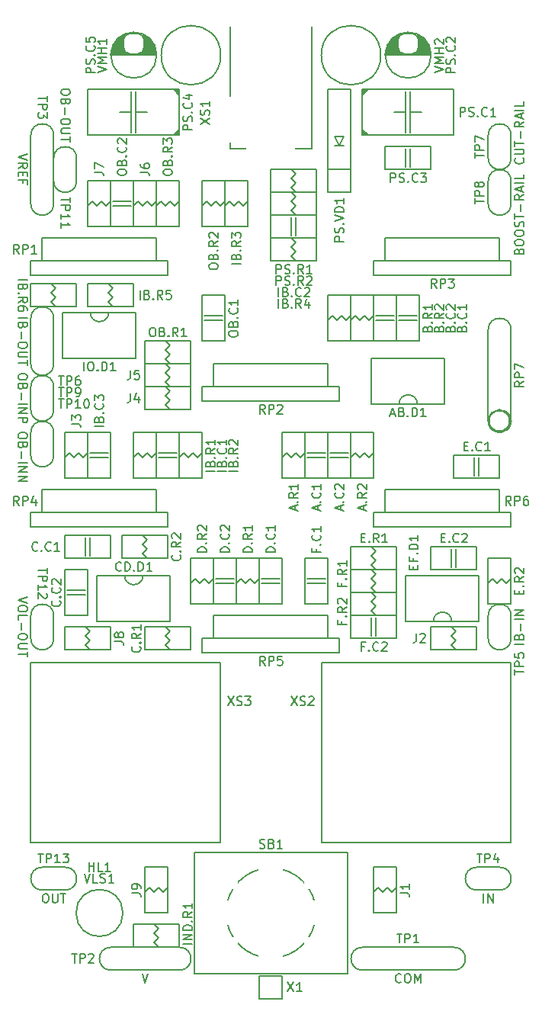
<source format=gbr>
G04 #@! TF.GenerationSoftware,KiCad,Pcbnew,5.1.6-c6e7f7d~87~ubuntu19.10.1*
G04 #@! TF.CreationDate,2023-02-06T06:58:50+06:00*
G04 #@! TF.ProjectId,____________r2a_down-tuned,3a3e3f3a-305f-4373-953c-3b385f723261,2A*
G04 #@! TF.SameCoordinates,Original*
G04 #@! TF.FileFunction,Legend,Top*
G04 #@! TF.FilePolarity,Positive*
%FSLAX46Y46*%
G04 Gerber Fmt 4.6, Leading zero omitted, Abs format (unit mm)*
G04 Created by KiCad (PCBNEW 5.1.6-c6e7f7d~87~ubuntu19.10.1) date 2023-02-06 06:58:50*
%MOMM*%
%LPD*%
G01*
G04 APERTURE LIST*
%ADD10C,0.200000*%
%ADD11C,1.370000*%
%ADD12C,2.100000*%
%ADD13C,3.000000*%
%ADD14R,3.200000X3.200000*%
%ADD15O,5.700000X3.200000*%
%ADD16O,3.200000X5.200000*%
%ADD17O,5.200000X3.200000*%
%ADD18R,1.800000X2.000000*%
%ADD19R,2.100000X2.100000*%
%ADD20R,2.700000X2.700000*%
%ADD21C,6.200000*%
%ADD22R,2.000000X1.800000*%
%ADD23R,2.400000X0.800000*%
%ADD24R,2.800000X2.600000*%
%ADD25R,1.000000X1.800000*%
G04 APERTURE END LIST*
D10*
X78740000Y-106680000D02*
X78740000Y-114300000D01*
X81280000Y-106680000D02*
X81280000Y-114300000D01*
X81280000Y-114300000D02*
G75*
G02*
X78740000Y-114300000I-1270000J0D01*
G01*
X78740000Y-106680000D02*
G75*
G02*
X81280000Y-106680000I1270000J0D01*
G01*
X83820000Y-109220000D02*
X83820000Y-111760000D01*
X81280000Y-109220000D02*
X81280000Y-111760000D01*
X81280000Y-109220000D02*
G75*
G02*
X83820000Y-109220000I1270000J0D01*
G01*
X83820000Y-111760000D02*
G75*
G02*
X81280000Y-111760000I-1270000J0D01*
G01*
X129540000Y-109220000D02*
X129540000Y-106680000D01*
X132080000Y-109220000D02*
X132080000Y-106680000D01*
X132080000Y-109220000D02*
G75*
G02*
X129540000Y-109220000I-1270000J0D01*
G01*
X129540000Y-106680000D02*
G75*
G02*
X132080000Y-106680000I1270000J0D01*
G01*
X129540000Y-114300000D02*
X129540000Y-111760000D01*
X132080000Y-114300000D02*
X132080000Y-111760000D01*
X132080000Y-114300000D02*
G75*
G02*
X129540000Y-114300000I-1270000J0D01*
G01*
X129540000Y-111760000D02*
G75*
G02*
X132080000Y-111760000I1270000J0D01*
G01*
X78740000Y-127000000D02*
X78740000Y-132080000D01*
X81280000Y-127000000D02*
X81280000Y-132080000D01*
X81280000Y-132080000D02*
G75*
G02*
X78740000Y-132080000I-1270000J0D01*
G01*
X78740000Y-127000000D02*
G75*
G02*
X81280000Y-127000000I1270000J0D01*
G01*
X81280000Y-134620000D02*
X81280000Y-137160000D01*
X78740000Y-134620000D02*
X78740000Y-137160000D01*
X78740000Y-134620000D02*
G75*
G02*
X81280000Y-134620000I1270000J0D01*
G01*
X81280000Y-137160000D02*
G75*
G02*
X78740000Y-137160000I-1270000J0D01*
G01*
X81280000Y-139700000D02*
X81280000Y-142240000D01*
X78740000Y-139700000D02*
X78740000Y-142240000D01*
X78740000Y-139700000D02*
G75*
G02*
X81280000Y-139700000I1270000J0D01*
G01*
X81280000Y-142240000D02*
G75*
G02*
X78740000Y-142240000I-1270000J0D01*
G01*
X81280000Y-160020000D02*
X81280000Y-162560000D01*
X78740000Y-160020000D02*
X78740000Y-162560000D01*
X78740000Y-160020000D02*
G75*
G02*
X81280000Y-160020000I1270000J0D01*
G01*
X81280000Y-162560000D02*
G75*
G02*
X78740000Y-162560000I-1270000J0D01*
G01*
X129540000Y-162560000D02*
X129540000Y-160020000D01*
X132080000Y-162560000D02*
X132080000Y-160020000D01*
X132080000Y-162560000D02*
G75*
G02*
X129540000Y-162560000I-1270000J0D01*
G01*
X129540000Y-160020000D02*
G75*
G02*
X132080000Y-160020000I1270000J0D01*
G01*
X80010000Y-187960000D02*
X82550000Y-187960000D01*
X80010000Y-190500000D02*
X82550000Y-190500000D01*
X80010000Y-190500000D02*
G75*
G02*
X80010000Y-187960000I0J1270000D01*
G01*
X82550000Y-187960000D02*
G75*
G02*
X82550000Y-190500000I0J-1270000D01*
G01*
X128270000Y-187960000D02*
X130810000Y-187960000D01*
X128270000Y-190500000D02*
X130810000Y-190500000D01*
X128270000Y-190500000D02*
G75*
G02*
X128270000Y-187960000I0J1270000D01*
G01*
X130810000Y-187960000D02*
G75*
G02*
X130810000Y-190500000I0J-1270000D01*
G01*
X115570000Y-199390000D02*
X125730000Y-199390000D01*
X115570000Y-196850000D02*
X125730000Y-196850000D01*
X125730000Y-196850000D02*
G75*
G02*
X125730000Y-199390000I0J-1270000D01*
G01*
X115570000Y-199390000D02*
G75*
G02*
X115570000Y-196850000I0J1270000D01*
G01*
X87630000Y-199390000D02*
X95250000Y-199390000D01*
X87630000Y-196850000D02*
X95250000Y-196850000D01*
X95250000Y-196850000D02*
G75*
G02*
X95250000Y-199390000I0J-1270000D01*
G01*
X87630000Y-199390000D02*
G75*
G02*
X87630000Y-196850000I0J1270000D01*
G01*
D11*
X131495000Y-138430000D02*
G75*
G03*
X131495000Y-138430000I-685000J0D01*
G01*
D10*
X129540000Y-138430000D02*
X129540000Y-128270000D01*
X132080000Y-138430000D02*
X132080000Y-128270000D01*
X129540000Y-128270000D02*
G75*
G02*
X132080000Y-128270000I1270000J0D01*
G01*
X99740000Y-185260000D02*
X78740000Y-185260000D01*
X99740000Y-165260000D02*
X78740000Y-165260000D01*
X99740000Y-165260000D02*
X99740000Y-185260000D01*
X78740000Y-165260000D02*
X78740000Y-185260000D01*
X111080000Y-165260000D02*
X132080000Y-165260000D01*
X111080000Y-185260000D02*
X132080000Y-185260000D01*
X111080000Y-185260000D02*
X111080000Y-165260000D01*
X132080000Y-185260000D02*
X132080000Y-165260000D01*
X100910000Y-108180000D02*
X100910000Y-94615000D01*
X109910000Y-108180000D02*
X109910000Y-94615000D01*
X109910000Y-108180000D02*
X100910000Y-108180000D01*
X88960000Y-193040000D02*
G75*
G03*
X88960000Y-193040000I-2600000J0D01*
G01*
X95250000Y-196850000D02*
X95250000Y-194310000D01*
X90170000Y-196850000D02*
X90170000Y-194310000D01*
X95250000Y-196850000D02*
X90170000Y-196850000D01*
X95250000Y-194310000D02*
X90170000Y-194310000D01*
X92964000Y-194818000D02*
X92456000Y-194310000D01*
X92456000Y-195326000D02*
X92964000Y-194818000D01*
X92964000Y-195834000D02*
X92456000Y-195326000D01*
X92456000Y-196342000D02*
X92964000Y-196850000D01*
X92964000Y-195834000D02*
X92456000Y-196342000D01*
X93980000Y-120650000D02*
X93980000Y-122250000D01*
X78740000Y-120650000D02*
X78740000Y-122250000D01*
X92710000Y-118110000D02*
X92710000Y-120650000D01*
X80010000Y-118110000D02*
X80010000Y-120650000D01*
X78740000Y-122250000D02*
X93980000Y-122250000D01*
X78740000Y-120650000D02*
X93980000Y-120650000D01*
X80010000Y-118110000D02*
X92710000Y-118110000D01*
X99060000Y-132080000D02*
X111760000Y-132080000D01*
X97790000Y-134620000D02*
X113030000Y-134620000D01*
X97790000Y-136220000D02*
X113030000Y-136220000D01*
X99060000Y-132080000D02*
X99060000Y-134620000D01*
X111760000Y-132080000D02*
X111760000Y-134620000D01*
X97790000Y-134620000D02*
X97790000Y-136220000D01*
X113030000Y-134620000D02*
X113030000Y-136220000D01*
X118110000Y-118110000D02*
X130810000Y-118110000D01*
X116840000Y-120650000D02*
X132080000Y-120650000D01*
X116840000Y-122250000D02*
X132080000Y-122250000D01*
X118110000Y-118110000D02*
X118110000Y-120650000D01*
X130810000Y-118110000D02*
X130810000Y-120650000D01*
X116840000Y-120650000D02*
X116840000Y-122250000D01*
X132080000Y-120650000D02*
X132080000Y-122250000D01*
X80010000Y-146050000D02*
X92710000Y-146050000D01*
X78740000Y-148590000D02*
X93980000Y-148590000D01*
X78740000Y-150190000D02*
X93980000Y-150190000D01*
X80010000Y-146050000D02*
X80010000Y-148590000D01*
X92710000Y-146050000D02*
X92710000Y-148590000D01*
X78740000Y-148590000D02*
X78740000Y-150190000D01*
X93980000Y-148590000D02*
X93980000Y-150190000D01*
X99060000Y-160020000D02*
X111760000Y-160020000D01*
X97790000Y-162560000D02*
X113030000Y-162560000D01*
X97790000Y-164160000D02*
X113030000Y-164160000D01*
X99060000Y-160020000D02*
X99060000Y-162560000D01*
X111760000Y-160020000D02*
X111760000Y-162560000D01*
X97790000Y-162560000D02*
X97790000Y-164160000D01*
X113030000Y-162560000D02*
X113030000Y-164160000D01*
X118110000Y-146050000D02*
X130810000Y-146050000D01*
X116840000Y-148590000D02*
X132080000Y-148590000D01*
X116840000Y-150190000D02*
X132080000Y-150190000D01*
X118110000Y-146050000D02*
X118110000Y-148590000D01*
X130810000Y-146050000D02*
X130810000Y-148590000D01*
X116840000Y-148590000D02*
X116840000Y-150190000D01*
X132080000Y-148590000D02*
X132080000Y-150190000D01*
X106680000Y-200025000D02*
X106680000Y-202565000D01*
X104140000Y-200025000D02*
X104140000Y-202565000D01*
X104140000Y-202565000D02*
X106680000Y-202565000D01*
X104140000Y-200025000D02*
X106680000Y-200025000D01*
X113910000Y-186290000D02*
X113910000Y-199790000D01*
X96910000Y-186290000D02*
X96910000Y-199790000D01*
X96910000Y-199790000D02*
X113910000Y-199790000D01*
X96910000Y-186290000D02*
X113910000Y-186290000D01*
X110410000Y-193040000D02*
G75*
G03*
X110410000Y-193040000I-5000000J0D01*
G01*
X99822000Y-97790000D02*
G75*
G03*
X99822000Y-97790000I-3302000J0D01*
G01*
X117602000Y-97790000D02*
G75*
G03*
X117602000Y-97790000I-3302000J0D01*
G01*
X109220000Y-139700000D02*
X109220000Y-144780000D01*
X111760000Y-139700000D02*
X111760000Y-144780000D01*
X111506000Y-142494000D02*
X109474000Y-142494000D01*
X111506000Y-141986000D02*
X109474000Y-141986000D01*
X111760000Y-144780000D02*
X109220000Y-144780000D01*
X111760000Y-139700000D02*
X109220000Y-139700000D01*
X111760000Y-144780000D02*
X114300000Y-144780000D01*
X111760000Y-139700000D02*
X114300000Y-139700000D01*
X112014000Y-142494000D02*
X114046000Y-142494000D01*
X112014000Y-141986000D02*
X114046000Y-141986000D01*
X111760000Y-144780000D02*
X111760000Y-139700000D01*
X114300000Y-144780000D02*
X114300000Y-139700000D01*
X108204000Y-141986000D02*
X108712000Y-142494000D01*
X108712000Y-142494000D02*
X109220000Y-141986000D01*
X108204000Y-141986000D02*
X107696000Y-142494000D01*
X107696000Y-142494000D02*
X107188000Y-141986000D01*
X107188000Y-141986000D02*
X106680000Y-142494000D01*
X106680000Y-139700000D02*
X106680000Y-144780000D01*
X109220000Y-139700000D02*
X109220000Y-144780000D01*
X109220000Y-144780000D02*
X106680000Y-144780000D01*
X109220000Y-139700000D02*
X106680000Y-139700000D01*
X114300000Y-144780000D02*
X116840000Y-144780000D01*
X114300000Y-139700000D02*
X116840000Y-139700000D01*
X114300000Y-144780000D02*
X114300000Y-139700000D01*
X116840000Y-144780000D02*
X116840000Y-139700000D01*
X116332000Y-142494000D02*
X116840000Y-141986000D01*
X115824000Y-141986000D02*
X116332000Y-142494000D01*
X115316000Y-142494000D02*
X115824000Y-141986000D01*
X114808000Y-141986000D02*
X114300000Y-142494000D01*
X115316000Y-142494000D02*
X114808000Y-141986000D01*
X124714000Y-136525000D02*
X124714000Y-131445000D01*
X116586000Y-131445000D02*
X124714000Y-131445000D01*
X116586000Y-136525000D02*
X116586000Y-131445000D01*
X124714000Y-136525000D02*
X116586000Y-136525000D01*
X121666000Y-136525000D02*
G75*
G03*
X119634000Y-136525000I-1016000J0D01*
G01*
X121920000Y-129540000D02*
X121920000Y-124460000D01*
X119380000Y-129540000D02*
X119380000Y-124460000D01*
X119634000Y-126746000D02*
X121666000Y-126746000D01*
X119634000Y-127254000D02*
X121666000Y-127254000D01*
X119380000Y-124460000D02*
X121920000Y-124460000D01*
X119380000Y-129540000D02*
X121920000Y-129540000D01*
X119380000Y-124460000D02*
X116840000Y-124460000D01*
X119380000Y-129540000D02*
X116840000Y-129540000D01*
X119126000Y-126746000D02*
X117094000Y-126746000D01*
X119126000Y-127254000D02*
X117094000Y-127254000D01*
X119380000Y-124460000D02*
X119380000Y-129540000D01*
X116840000Y-124460000D02*
X116840000Y-129540000D01*
X113284000Y-126746000D02*
X113792000Y-127254000D01*
X113792000Y-127254000D02*
X114300000Y-126746000D01*
X113284000Y-126746000D02*
X112776000Y-127254000D01*
X112776000Y-127254000D02*
X112268000Y-126746000D01*
X112268000Y-126746000D02*
X111760000Y-127254000D01*
X111760000Y-124460000D02*
X111760000Y-129540000D01*
X114300000Y-124460000D02*
X114300000Y-129540000D01*
X114300000Y-129540000D02*
X111760000Y-129540000D01*
X114300000Y-124460000D02*
X111760000Y-124460000D01*
X115824000Y-126746000D02*
X116332000Y-127254000D01*
X116332000Y-127254000D02*
X116840000Y-126746000D01*
X115824000Y-126746000D02*
X115316000Y-127254000D01*
X115316000Y-127254000D02*
X114808000Y-126746000D01*
X114808000Y-126746000D02*
X114300000Y-127254000D01*
X114300000Y-124460000D02*
X114300000Y-129540000D01*
X116840000Y-124460000D02*
X116840000Y-129540000D01*
X116840000Y-129540000D02*
X114300000Y-129540000D01*
X116840000Y-124460000D02*
X114300000Y-124460000D01*
X82550000Y-153670000D02*
X87630000Y-153670000D01*
X82550000Y-151130000D02*
X87630000Y-151130000D01*
X85344000Y-151384000D02*
X85344000Y-153416000D01*
X84836000Y-151384000D02*
X84836000Y-153416000D01*
X87630000Y-151130000D02*
X87630000Y-153670000D01*
X82550000Y-151130000D02*
X82550000Y-153670000D01*
X85090000Y-154940000D02*
X82550000Y-154940000D01*
X85090000Y-160020000D02*
X82550000Y-160020000D01*
X84836000Y-157226000D02*
X82804000Y-157226000D01*
X84836000Y-157734000D02*
X82804000Y-157734000D01*
X85090000Y-154940000D02*
X85090000Y-160020000D01*
X82550000Y-154940000D02*
X82550000Y-160020000D01*
X94234000Y-162814000D02*
X93726000Y-163322000D01*
X93726000Y-163322000D02*
X94234000Y-163830000D01*
X94234000Y-162814000D02*
X93726000Y-162306000D01*
X93726000Y-162306000D02*
X94234000Y-161798000D01*
X94234000Y-161798000D02*
X93726000Y-161290000D01*
X96520000Y-161290000D02*
X91440000Y-161290000D01*
X96520000Y-163830000D02*
X91440000Y-163830000D01*
X91440000Y-163830000D02*
X91440000Y-161290000D01*
X96520000Y-163830000D02*
X96520000Y-161290000D01*
X91186000Y-152146000D02*
X91694000Y-151638000D01*
X91694000Y-151638000D02*
X91186000Y-151130000D01*
X91186000Y-152146000D02*
X91694000Y-152654000D01*
X91694000Y-152654000D02*
X91186000Y-153162000D01*
X91186000Y-153162000D02*
X91694000Y-153670000D01*
X88900000Y-153670000D02*
X93980000Y-153670000D01*
X88900000Y-151130000D02*
X93980000Y-151130000D01*
X93980000Y-151130000D02*
X93980000Y-153670000D01*
X88900000Y-151130000D02*
X88900000Y-153670000D01*
X86106000Y-155575000D02*
X86106000Y-160655000D01*
X94234000Y-160655000D02*
X86106000Y-160655000D01*
X94234000Y-155575000D02*
X94234000Y-160655000D01*
X86106000Y-155575000D02*
X94234000Y-155575000D01*
X89154000Y-155575000D02*
G75*
G03*
X91186000Y-155575000I1016000J0D01*
G01*
X106680000Y-158750000D02*
X106680000Y-153670000D01*
X104140000Y-158750000D02*
X104140000Y-153670000D01*
X104394000Y-155956000D02*
X106426000Y-155956000D01*
X104394000Y-156464000D02*
X106426000Y-156464000D01*
X104140000Y-153670000D02*
X106680000Y-153670000D01*
X104140000Y-158750000D02*
X106680000Y-158750000D01*
X99060000Y-153670000D02*
X99060000Y-158750000D01*
X101600000Y-153670000D02*
X101600000Y-158750000D01*
X101346000Y-156464000D02*
X99314000Y-156464000D01*
X101346000Y-155956000D02*
X99314000Y-155956000D01*
X101600000Y-158750000D02*
X99060000Y-158750000D01*
X101600000Y-153670000D02*
X99060000Y-153670000D01*
X102616000Y-156464000D02*
X102108000Y-155956000D01*
X102108000Y-155956000D02*
X101600000Y-156464000D01*
X102616000Y-156464000D02*
X103124000Y-155956000D01*
X103124000Y-155956000D02*
X103632000Y-156464000D01*
X103632000Y-156464000D02*
X104140000Y-155956000D01*
X104140000Y-158750000D02*
X104140000Y-153670000D01*
X101600000Y-158750000D02*
X101600000Y-153670000D01*
X101600000Y-153670000D02*
X104140000Y-153670000D01*
X101600000Y-158750000D02*
X104140000Y-158750000D01*
X98044000Y-155956000D02*
X98552000Y-156464000D01*
X98552000Y-156464000D02*
X99060000Y-155956000D01*
X98044000Y-155956000D02*
X97536000Y-156464000D01*
X97536000Y-156464000D02*
X97028000Y-155956000D01*
X97028000Y-155956000D02*
X96520000Y-156464000D01*
X96520000Y-153670000D02*
X96520000Y-158750000D01*
X99060000Y-153670000D02*
X99060000Y-158750000D01*
X99060000Y-158750000D02*
X96520000Y-158750000D01*
X99060000Y-153670000D02*
X96520000Y-153670000D01*
X125730000Y-144780000D02*
X130810000Y-144780000D01*
X125730000Y-142240000D02*
X130810000Y-142240000D01*
X128524000Y-142494000D02*
X128524000Y-144526000D01*
X128016000Y-142494000D02*
X128016000Y-144526000D01*
X130810000Y-142240000D02*
X130810000Y-144780000D01*
X125730000Y-142240000D02*
X125730000Y-144780000D01*
X128270000Y-154940000D02*
X128270000Y-152400000D01*
X123190000Y-154940000D02*
X123190000Y-152400000D01*
X125984000Y-154686000D02*
X125984000Y-152654000D01*
X125476000Y-154686000D02*
X125476000Y-152654000D01*
X128270000Y-154940000D02*
X123190000Y-154940000D01*
X128270000Y-152400000D02*
X123190000Y-152400000D01*
X128524000Y-160655000D02*
X128524000Y-155575000D01*
X120396000Y-155575000D02*
X128524000Y-155575000D01*
X120396000Y-160655000D02*
X120396000Y-155575000D01*
X128524000Y-160655000D02*
X120396000Y-160655000D01*
X125476000Y-160655000D02*
G75*
G03*
X123444000Y-160655000I-1016000J0D01*
G01*
X116586000Y-153416000D02*
X117094000Y-152908000D01*
X117094000Y-152908000D02*
X116586000Y-152400000D01*
X116586000Y-153416000D02*
X117094000Y-153924000D01*
X117094000Y-153924000D02*
X116586000Y-154432000D01*
X116586000Y-154432000D02*
X117094000Y-154940000D01*
X114300000Y-154940000D02*
X119380000Y-154940000D01*
X114300000Y-152400000D02*
X119380000Y-152400000D01*
X119380000Y-152400000D02*
X119380000Y-154940000D01*
X114300000Y-152400000D02*
X114300000Y-154940000D01*
X131064000Y-155956000D02*
X131572000Y-156464000D01*
X131572000Y-156464000D02*
X132080000Y-155956000D01*
X131064000Y-155956000D02*
X130556000Y-156464000D01*
X130556000Y-156464000D02*
X130048000Y-155956000D01*
X130048000Y-155956000D02*
X129540000Y-156464000D01*
X129540000Y-153670000D02*
X129540000Y-158750000D01*
X132080000Y-153670000D02*
X132080000Y-158750000D01*
X132080000Y-158750000D02*
X129540000Y-158750000D01*
X132080000Y-153670000D02*
X129540000Y-153670000D01*
X95250000Y-144780000D02*
X95250000Y-139700000D01*
X92710000Y-144780000D02*
X92710000Y-139700000D01*
X92964000Y-141986000D02*
X94996000Y-141986000D01*
X92964000Y-142494000D02*
X94996000Y-142494000D01*
X92710000Y-139700000D02*
X95250000Y-139700000D01*
X92710000Y-144780000D02*
X95250000Y-144780000D01*
X105410000Y-118110000D02*
X110490000Y-118110000D01*
X105410000Y-115570000D02*
X110490000Y-115570000D01*
X108204000Y-115824000D02*
X108204000Y-117856000D01*
X107696000Y-115824000D02*
X107696000Y-117856000D01*
X110490000Y-115570000D02*
X110490000Y-118110000D01*
X105410000Y-115570000D02*
X105410000Y-118110000D01*
X85090000Y-139700000D02*
X85090000Y-144780000D01*
X87630000Y-139700000D02*
X87630000Y-144780000D01*
X87376000Y-142494000D02*
X85344000Y-142494000D01*
X87376000Y-141986000D02*
X85344000Y-141986000D01*
X87630000Y-144780000D02*
X85090000Y-144780000D01*
X87630000Y-139700000D02*
X85090000Y-139700000D01*
X91694000Y-141986000D02*
X92202000Y-142494000D01*
X92202000Y-142494000D02*
X92710000Y-141986000D01*
X91694000Y-141986000D02*
X91186000Y-142494000D01*
X91186000Y-142494000D02*
X90678000Y-141986000D01*
X90678000Y-141986000D02*
X90170000Y-142494000D01*
X90170000Y-139700000D02*
X90170000Y-144780000D01*
X92710000Y-139700000D02*
X92710000Y-144780000D01*
X92710000Y-144780000D02*
X90170000Y-144780000D01*
X92710000Y-139700000D02*
X90170000Y-139700000D01*
X96266000Y-142494000D02*
X95758000Y-141986000D01*
X95758000Y-141986000D02*
X95250000Y-142494000D01*
X96266000Y-142494000D02*
X96774000Y-141986000D01*
X96774000Y-141986000D02*
X97282000Y-142494000D01*
X97282000Y-142494000D02*
X97790000Y-141986000D01*
X97790000Y-144780000D02*
X97790000Y-139700000D01*
X95250000Y-144780000D02*
X95250000Y-139700000D01*
X95250000Y-139700000D02*
X97790000Y-139700000D01*
X95250000Y-144780000D02*
X97790000Y-144780000D01*
X102870000Y-111760000D02*
X100330000Y-111760000D01*
X102870000Y-116840000D02*
X100330000Y-116840000D01*
X102870000Y-111760000D02*
X102870000Y-116840000D01*
X100330000Y-111760000D02*
X100330000Y-116840000D01*
X100838000Y-114046000D02*
X100330000Y-114554000D01*
X101346000Y-114554000D02*
X100838000Y-114046000D01*
X101854000Y-114046000D02*
X101346000Y-114554000D01*
X102362000Y-114554000D02*
X102870000Y-114046000D01*
X101854000Y-114046000D02*
X102362000Y-114554000D01*
X108204000Y-119634000D02*
X107696000Y-120142000D01*
X107696000Y-120142000D02*
X108204000Y-120650000D01*
X108204000Y-119634000D02*
X107696000Y-119126000D01*
X107696000Y-119126000D02*
X108204000Y-118618000D01*
X108204000Y-118618000D02*
X107696000Y-118110000D01*
X110490000Y-118110000D02*
X105410000Y-118110000D01*
X110490000Y-120650000D02*
X105410000Y-120650000D01*
X105410000Y-120650000D02*
X105410000Y-118110000D01*
X110490000Y-120650000D02*
X110490000Y-118110000D01*
X87884000Y-124714000D02*
X87376000Y-125222000D01*
X87376000Y-125222000D02*
X87884000Y-125730000D01*
X87884000Y-124714000D02*
X87376000Y-124206000D01*
X87376000Y-124206000D02*
X87884000Y-123698000D01*
X87884000Y-123698000D02*
X87376000Y-123190000D01*
X90170000Y-123190000D02*
X85090000Y-123190000D01*
X90170000Y-125730000D02*
X85090000Y-125730000D01*
X85090000Y-125730000D02*
X85090000Y-123190000D01*
X90170000Y-125730000D02*
X90170000Y-123190000D01*
X83820000Y-125730000D02*
X83820000Y-123190000D01*
X78740000Y-125730000D02*
X78740000Y-123190000D01*
X83820000Y-125730000D02*
X78740000Y-125730000D01*
X83820000Y-123190000D02*
X78740000Y-123190000D01*
X81534000Y-123698000D02*
X81026000Y-123190000D01*
X81026000Y-124206000D02*
X81534000Y-123698000D01*
X81534000Y-124714000D02*
X81026000Y-124206000D01*
X81026000Y-125222000D02*
X81534000Y-125730000D01*
X81534000Y-124714000D02*
X81026000Y-125222000D01*
X82296000Y-126365000D02*
X82296000Y-131445000D01*
X90424000Y-131445000D02*
X82296000Y-131445000D01*
X90424000Y-126365000D02*
X90424000Y-131445000D01*
X82296000Y-126365000D02*
X90424000Y-126365000D01*
X85344000Y-126365000D02*
G75*
G03*
X87376000Y-126365000I1016000J0D01*
G01*
X100330000Y-129540000D02*
X100330000Y-124460000D01*
X97790000Y-129540000D02*
X97790000Y-124460000D01*
X98044000Y-126746000D02*
X100076000Y-126746000D01*
X98044000Y-127254000D02*
X100076000Y-127254000D01*
X97790000Y-124460000D02*
X100330000Y-124460000D01*
X97790000Y-129540000D02*
X100330000Y-129540000D01*
X87630000Y-111760000D02*
X87630000Y-116840000D01*
X90170000Y-111760000D02*
X90170000Y-116840000D01*
X89916000Y-114554000D02*
X87884000Y-114554000D01*
X89916000Y-114046000D02*
X87884000Y-114046000D01*
X90170000Y-116840000D02*
X87630000Y-116840000D01*
X90170000Y-111760000D02*
X87630000Y-111760000D01*
X91440000Y-129540000D02*
X91440000Y-132080000D01*
X96520000Y-129540000D02*
X96520000Y-132080000D01*
X91440000Y-129540000D02*
X96520000Y-129540000D01*
X91440000Y-132080000D02*
X96520000Y-132080000D01*
X93726000Y-131572000D02*
X94234000Y-132080000D01*
X94234000Y-131064000D02*
X93726000Y-131572000D01*
X93726000Y-130556000D02*
X94234000Y-131064000D01*
X94234000Y-130048000D02*
X93726000Y-129540000D01*
X93726000Y-130556000D02*
X94234000Y-130048000D01*
X98806000Y-114554000D02*
X98298000Y-114046000D01*
X98298000Y-114046000D02*
X97790000Y-114554000D01*
X98806000Y-114554000D02*
X99314000Y-114046000D01*
X99314000Y-114046000D02*
X99822000Y-114554000D01*
X99822000Y-114554000D02*
X100330000Y-114046000D01*
X100330000Y-116840000D02*
X100330000Y-111760000D01*
X97790000Y-116840000D02*
X97790000Y-111760000D01*
X97790000Y-111760000D02*
X100330000Y-111760000D01*
X97790000Y-116840000D02*
X100330000Y-116840000D01*
X93726000Y-114554000D02*
X93218000Y-114046000D01*
X93218000Y-114046000D02*
X92710000Y-114554000D01*
X93726000Y-114554000D02*
X94234000Y-114046000D01*
X94234000Y-114046000D02*
X94742000Y-114554000D01*
X94742000Y-114554000D02*
X95250000Y-114046000D01*
X95250000Y-116840000D02*
X95250000Y-111760000D01*
X92710000Y-116840000D02*
X92710000Y-111760000D01*
X92710000Y-111760000D02*
X95250000Y-111760000D01*
X92710000Y-116840000D02*
X95250000Y-116840000D01*
X120904000Y-104140000D02*
X122174000Y-104140000D01*
X119126000Y-104140000D02*
X120396000Y-104140000D01*
G36*
X115570000Y-102235000D02*
G01*
X115570000Y-101600000D01*
X116205000Y-101600000D01*
X115570000Y-102235000D01*
G37*
X115570000Y-102235000D02*
X115570000Y-101600000D01*
X116205000Y-101600000D01*
X115570000Y-102235000D01*
G36*
X116205000Y-106680000D02*
G01*
X115570000Y-106680000D01*
X115570000Y-106045000D01*
X116205000Y-106680000D01*
G37*
X116205000Y-106680000D02*
X115570000Y-106680000D01*
X115570000Y-106045000D01*
X116205000Y-106680000D01*
X115570000Y-101600000D02*
X115570000Y-106680000D01*
X120396000Y-101854000D02*
X120396000Y-106426000D01*
X120904000Y-101854000D02*
X120904000Y-106426000D01*
X125730000Y-101600000D02*
X125730000Y-106680000D01*
X115570000Y-101600000D02*
X125730000Y-101600000D01*
X115570000Y-106680000D02*
X125730000Y-106680000D01*
X118110000Y-110490000D02*
X123190000Y-110490000D01*
X118110000Y-107950000D02*
X123190000Y-107950000D01*
X120904000Y-108204000D02*
X120904000Y-110236000D01*
X120396000Y-108204000D02*
X120396000Y-110236000D01*
X123190000Y-107950000D02*
X123190000Y-110490000D01*
X118110000Y-107950000D02*
X118110000Y-110490000D01*
X89916000Y-104140000D02*
X88646000Y-104140000D01*
X91694000Y-104140000D02*
X90424000Y-104140000D01*
G36*
X95250000Y-106045000D02*
G01*
X95250000Y-106680000D01*
X94615000Y-106680000D01*
X95250000Y-106045000D01*
G37*
X95250000Y-106045000D02*
X95250000Y-106680000D01*
X94615000Y-106680000D01*
X95250000Y-106045000D01*
G36*
X94615000Y-101600000D02*
G01*
X95250000Y-101600000D01*
X95250000Y-102235000D01*
X94615000Y-101600000D01*
G37*
X94615000Y-101600000D02*
X95250000Y-101600000D01*
X95250000Y-102235000D01*
X94615000Y-101600000D01*
X95250000Y-106680000D02*
X95250000Y-101600000D01*
X90424000Y-106426000D02*
X90424000Y-101854000D01*
X89916000Y-106426000D02*
X89916000Y-101854000D01*
X85090000Y-106680000D02*
X85090000Y-101600000D01*
X95250000Y-106680000D02*
X85090000Y-106680000D01*
X95250000Y-101600000D02*
X85090000Y-101600000D01*
X107696000Y-111506000D02*
X108204000Y-110998000D01*
X108204000Y-110998000D02*
X107696000Y-110490000D01*
X107696000Y-111506000D02*
X108204000Y-112014000D01*
X108204000Y-112014000D02*
X107696000Y-112522000D01*
X107696000Y-112522000D02*
X108204000Y-113030000D01*
X105410000Y-113030000D02*
X110490000Y-113030000D01*
X105410000Y-110490000D02*
X110490000Y-110490000D01*
X110490000Y-110490000D02*
X110490000Y-113030000D01*
X105410000Y-110490000D02*
X105410000Y-113030000D01*
X108204000Y-114554000D02*
X107696000Y-115062000D01*
X107696000Y-115062000D02*
X108204000Y-115570000D01*
X108204000Y-114554000D02*
X107696000Y-114046000D01*
X107696000Y-114046000D02*
X108204000Y-113538000D01*
X108204000Y-113538000D02*
X107696000Y-113030000D01*
X110490000Y-113030000D02*
X105410000Y-113030000D01*
X110490000Y-115570000D02*
X105410000Y-115570000D01*
X105410000Y-115570000D02*
X105410000Y-113030000D01*
X110490000Y-115570000D02*
X110490000Y-113030000D01*
X109220000Y-153670000D02*
X109220000Y-158750000D01*
X111760000Y-153670000D02*
X111760000Y-158750000D01*
X111506000Y-156464000D02*
X109474000Y-156464000D01*
X111506000Y-155956000D02*
X109474000Y-155956000D01*
X111760000Y-158750000D02*
X109220000Y-158750000D01*
X111760000Y-153670000D02*
X109220000Y-153670000D01*
X114300000Y-162560000D02*
X119380000Y-162560000D01*
X114300000Y-160020000D02*
X119380000Y-160020000D01*
X117094000Y-160274000D02*
X117094000Y-162306000D01*
X116586000Y-160274000D02*
X116586000Y-162306000D01*
X119380000Y-160020000D02*
X119380000Y-162560000D01*
X114300000Y-160020000D02*
X114300000Y-162560000D01*
X116586000Y-155956000D02*
X117094000Y-155448000D01*
X117094000Y-155448000D02*
X116586000Y-154940000D01*
X116586000Y-155956000D02*
X117094000Y-156464000D01*
X117094000Y-156464000D02*
X116586000Y-156972000D01*
X116586000Y-156972000D02*
X117094000Y-157480000D01*
X114300000Y-157480000D02*
X119380000Y-157480000D01*
X114300000Y-154940000D02*
X119380000Y-154940000D01*
X119380000Y-154940000D02*
X119380000Y-157480000D01*
X114300000Y-154940000D02*
X114300000Y-157480000D01*
X116586000Y-158496000D02*
X117094000Y-157988000D01*
X117094000Y-157988000D02*
X116586000Y-157480000D01*
X116586000Y-158496000D02*
X117094000Y-159004000D01*
X117094000Y-159004000D02*
X116586000Y-159512000D01*
X116586000Y-159512000D02*
X117094000Y-160020000D01*
X114300000Y-160020000D02*
X119380000Y-160020000D01*
X114300000Y-157480000D02*
X119380000Y-157480000D01*
X119380000Y-157480000D02*
X119380000Y-160020000D01*
X114300000Y-157480000D02*
X114300000Y-160020000D01*
X117856000Y-190754000D02*
X117348000Y-190246000D01*
X117348000Y-190246000D02*
X116840000Y-190754000D01*
X117856000Y-190754000D02*
X118364000Y-190246000D01*
X118364000Y-190246000D02*
X118872000Y-190754000D01*
X118872000Y-190754000D02*
X119380000Y-190246000D01*
X119380000Y-193040000D02*
X119380000Y-187960000D01*
X116840000Y-193040000D02*
X116840000Y-187960000D01*
X116840000Y-187960000D02*
X119380000Y-187960000D01*
X116840000Y-193040000D02*
X119380000Y-193040000D01*
X92964000Y-190246000D02*
X93472000Y-190754000D01*
X93472000Y-190754000D02*
X93980000Y-190246000D01*
X92964000Y-190246000D02*
X92456000Y-190754000D01*
X92456000Y-190754000D02*
X91948000Y-190246000D01*
X91948000Y-190246000D02*
X91440000Y-190754000D01*
X91440000Y-187960000D02*
X91440000Y-193040000D01*
X93980000Y-187960000D02*
X93980000Y-193040000D01*
X93980000Y-193040000D02*
X91440000Y-193040000D01*
X93980000Y-187960000D02*
X91440000Y-187960000D01*
X84074000Y-141986000D02*
X84582000Y-142494000D01*
X84582000Y-142494000D02*
X85090000Y-141986000D01*
X84074000Y-141986000D02*
X83566000Y-142494000D01*
X83566000Y-142494000D02*
X83058000Y-141986000D01*
X83058000Y-141986000D02*
X82550000Y-142494000D01*
X82550000Y-139700000D02*
X82550000Y-144780000D01*
X85090000Y-139700000D02*
X85090000Y-144780000D01*
X85090000Y-144780000D02*
X82550000Y-144780000D01*
X85090000Y-139700000D02*
X82550000Y-139700000D01*
X94234000Y-136144000D02*
X93726000Y-136652000D01*
X93726000Y-136652000D02*
X94234000Y-137160000D01*
X94234000Y-136144000D02*
X93726000Y-135636000D01*
X93726000Y-135636000D02*
X94234000Y-135128000D01*
X94234000Y-135128000D02*
X93726000Y-134620000D01*
X96520000Y-134620000D02*
X91440000Y-134620000D01*
X96520000Y-137160000D02*
X91440000Y-137160000D01*
X91440000Y-137160000D02*
X91440000Y-134620000D01*
X96520000Y-137160000D02*
X96520000Y-134620000D01*
X94234000Y-133604000D02*
X93726000Y-134112000D01*
X93726000Y-134112000D02*
X94234000Y-134620000D01*
X94234000Y-133604000D02*
X93726000Y-133096000D01*
X93726000Y-133096000D02*
X94234000Y-132588000D01*
X94234000Y-132588000D02*
X93726000Y-132080000D01*
X96520000Y-132080000D02*
X91440000Y-132080000D01*
X96520000Y-134620000D02*
X91440000Y-134620000D01*
X91440000Y-134620000D02*
X91440000Y-132080000D01*
X96520000Y-134620000D02*
X96520000Y-132080000D01*
X123190000Y-97790000D02*
G75*
G03*
X123190000Y-97790000I-2540000J0D01*
G01*
G36*
X118110000Y-97790000D02*
G01*
X118237000Y-97028000D01*
X118999000Y-95885000D01*
X120650000Y-95250000D01*
X122301000Y-95885000D01*
X123063000Y-97028000D01*
X123190000Y-97790000D01*
X118110000Y-97790000D01*
G37*
X118110000Y-97790000D02*
X118237000Y-97028000D01*
X118999000Y-95885000D01*
X120650000Y-95250000D01*
X122301000Y-95885000D01*
X123063000Y-97028000D01*
X123190000Y-97790000D01*
X118110000Y-97790000D01*
X92710000Y-97790000D02*
G75*
G03*
X92710000Y-97790000I-2540000J0D01*
G01*
G36*
X87630000Y-97790000D02*
G01*
X87757000Y-97028000D01*
X88519000Y-95885000D01*
X90170000Y-95250000D01*
X91821000Y-95885000D01*
X92583000Y-97028000D01*
X92710000Y-97790000D01*
X87630000Y-97790000D01*
G37*
X87630000Y-97790000D02*
X87757000Y-97028000D01*
X88519000Y-95885000D01*
X90170000Y-95250000D01*
X91821000Y-95885000D01*
X92583000Y-97028000D01*
X92710000Y-97790000D01*
X87630000Y-97790000D01*
X125476000Y-162306000D02*
X125984000Y-161798000D01*
X125984000Y-161798000D02*
X125476000Y-161290000D01*
X125476000Y-162306000D02*
X125984000Y-162814000D01*
X125984000Y-162814000D02*
X125476000Y-163322000D01*
X125476000Y-163322000D02*
X125984000Y-163830000D01*
X123190000Y-163830000D02*
X128270000Y-163830000D01*
X123190000Y-161290000D02*
X128270000Y-161290000D01*
X128270000Y-161290000D02*
X128270000Y-163830000D01*
X123190000Y-161290000D02*
X123190000Y-163830000D01*
X84836000Y-162306000D02*
X85344000Y-161798000D01*
X85344000Y-161798000D02*
X84836000Y-161290000D01*
X84836000Y-162306000D02*
X85344000Y-162814000D01*
X85344000Y-162814000D02*
X84836000Y-163322000D01*
X84836000Y-163322000D02*
X85344000Y-163830000D01*
X82550000Y-163830000D02*
X87630000Y-163830000D01*
X82550000Y-161290000D02*
X87630000Y-161290000D01*
X87630000Y-161290000D02*
X87630000Y-163830000D01*
X82550000Y-161290000D02*
X82550000Y-163830000D01*
X91694000Y-114046000D02*
X92202000Y-114554000D01*
X92202000Y-114554000D02*
X92710000Y-114046000D01*
X91694000Y-114046000D02*
X91186000Y-114554000D01*
X91186000Y-114554000D02*
X90678000Y-114046000D01*
X90678000Y-114046000D02*
X90170000Y-114554000D01*
X90170000Y-111760000D02*
X90170000Y-116840000D01*
X92710000Y-111760000D02*
X92710000Y-116840000D01*
X92710000Y-116840000D02*
X90170000Y-116840000D01*
X92710000Y-111760000D02*
X90170000Y-111760000D01*
X86614000Y-114046000D02*
X87122000Y-114554000D01*
X87122000Y-114554000D02*
X87630000Y-114046000D01*
X86614000Y-114046000D02*
X86106000Y-114554000D01*
X86106000Y-114554000D02*
X85598000Y-114046000D01*
X85598000Y-114046000D02*
X85090000Y-114554000D01*
X85090000Y-111760000D02*
X85090000Y-116840000D01*
X87630000Y-111760000D02*
X87630000Y-116840000D01*
X87630000Y-116840000D02*
X85090000Y-116840000D01*
X87630000Y-111760000D02*
X85090000Y-111760000D01*
X113538000Y-107823000D02*
X112522000Y-107823000D01*
X112522000Y-106807000D02*
X113030000Y-107823000D01*
X113538000Y-106807000D02*
X113030000Y-107823000D01*
X113538000Y-106807000D02*
X112522000Y-106807000D01*
X114300000Y-113030000D02*
X111760000Y-113030000D01*
X114300000Y-101600000D02*
X111760000Y-101600000D01*
X111760000Y-101600000D02*
X111760000Y-113030000D01*
X114300000Y-101600000D02*
X114300000Y-113030000D01*
X114300000Y-110490000D02*
X111760000Y-110490000D01*
X80557619Y-102343452D02*
X80557619Y-102914880D01*
X79557619Y-102629166D02*
X80557619Y-102629166D01*
X79557619Y-103248214D02*
X80557619Y-103248214D01*
X80557619Y-103629166D01*
X80510000Y-103724404D01*
X80462380Y-103772023D01*
X80367142Y-103819642D01*
X80224285Y-103819642D01*
X80129047Y-103772023D01*
X80081428Y-103724404D01*
X80033809Y-103629166D01*
X80033809Y-103248214D01*
X80557619Y-104152976D02*
X80557619Y-104772023D01*
X80176666Y-104438690D01*
X80176666Y-104581547D01*
X80129047Y-104676785D01*
X80081428Y-104724404D01*
X79986190Y-104772023D01*
X79748095Y-104772023D01*
X79652857Y-104724404D01*
X79605238Y-104676785D01*
X79557619Y-104581547D01*
X79557619Y-104295833D01*
X79605238Y-104200595D01*
X79652857Y-104152976D01*
X78335119Y-108775714D02*
X77335119Y-109109047D01*
X78335119Y-109442380D01*
X77335119Y-110347142D02*
X77811309Y-110013809D01*
X77335119Y-109775714D02*
X78335119Y-109775714D01*
X78335119Y-110156666D01*
X78287500Y-110251904D01*
X78239880Y-110299523D01*
X78144642Y-110347142D01*
X78001785Y-110347142D01*
X77906547Y-110299523D01*
X77858928Y-110251904D01*
X77811309Y-110156666D01*
X77811309Y-109775714D01*
X77858928Y-110775714D02*
X77858928Y-111109047D01*
X77335119Y-111251904D02*
X77335119Y-110775714D01*
X78335119Y-110775714D01*
X78335119Y-111251904D01*
X77858928Y-112013809D02*
X77858928Y-111680476D01*
X77335119Y-111680476D02*
X78335119Y-111680476D01*
X78335119Y-112156666D01*
X83097619Y-113572738D02*
X83097619Y-114144166D01*
X82097619Y-113858452D02*
X83097619Y-113858452D01*
X82097619Y-114477500D02*
X83097619Y-114477500D01*
X83097619Y-114858452D01*
X83050000Y-114953690D01*
X83002380Y-115001309D01*
X82907142Y-115048928D01*
X82764285Y-115048928D01*
X82669047Y-115001309D01*
X82621428Y-114953690D01*
X82573809Y-114858452D01*
X82573809Y-114477500D01*
X82097619Y-116001309D02*
X82097619Y-115429880D01*
X82097619Y-115715595D02*
X83097619Y-115715595D01*
X82954761Y-115620357D01*
X82859523Y-115525119D01*
X82811904Y-115429880D01*
X82097619Y-116953690D02*
X82097619Y-116382261D01*
X82097619Y-116667976D02*
X83097619Y-116667976D01*
X82954761Y-116572738D01*
X82859523Y-116477500D01*
X82811904Y-116382261D01*
X83097619Y-101788214D02*
X83097619Y-101978690D01*
X83050000Y-102073928D01*
X82954761Y-102169166D01*
X82764285Y-102216785D01*
X82430952Y-102216785D01*
X82240476Y-102169166D01*
X82145238Y-102073928D01*
X82097619Y-101978690D01*
X82097619Y-101788214D01*
X82145238Y-101692976D01*
X82240476Y-101597738D01*
X82430952Y-101550119D01*
X82764285Y-101550119D01*
X82954761Y-101597738D01*
X83050000Y-101692976D01*
X83097619Y-101788214D01*
X82621428Y-102978690D02*
X82573809Y-103121547D01*
X82526190Y-103169166D01*
X82430952Y-103216785D01*
X82288095Y-103216785D01*
X82192857Y-103169166D01*
X82145238Y-103121547D01*
X82097619Y-103026309D01*
X82097619Y-102645357D01*
X83097619Y-102645357D01*
X83097619Y-102978690D01*
X83050000Y-103073928D01*
X83002380Y-103121547D01*
X82907142Y-103169166D01*
X82811904Y-103169166D01*
X82716666Y-103121547D01*
X82669047Y-103073928D01*
X82621428Y-102978690D01*
X82621428Y-102645357D01*
X82478571Y-103645357D02*
X82478571Y-104407261D01*
X83097619Y-105073928D02*
X83097619Y-105264404D01*
X83050000Y-105359642D01*
X82954761Y-105454880D01*
X82764285Y-105502500D01*
X82430952Y-105502500D01*
X82240476Y-105454880D01*
X82145238Y-105359642D01*
X82097619Y-105264404D01*
X82097619Y-105073928D01*
X82145238Y-104978690D01*
X82240476Y-104883452D01*
X82430952Y-104835833D01*
X82764285Y-104835833D01*
X82954761Y-104883452D01*
X83050000Y-104978690D01*
X83097619Y-105073928D01*
X83097619Y-105931071D02*
X82288095Y-105931071D01*
X82192857Y-105978690D01*
X82145238Y-106026309D01*
X82097619Y-106121547D01*
X82097619Y-106312023D01*
X82145238Y-106407261D01*
X82192857Y-106454880D01*
X82288095Y-106502500D01*
X83097619Y-106502500D01*
X83097619Y-106835833D02*
X83097619Y-107407261D01*
X82097619Y-107121547D02*
X83097619Y-107121547D01*
X128039880Y-109211904D02*
X128039880Y-108640476D01*
X129039880Y-108926190D02*
X128039880Y-108926190D01*
X129039880Y-108307142D02*
X128039880Y-108307142D01*
X128039880Y-107926190D01*
X128087500Y-107830952D01*
X128135119Y-107783333D01*
X128230357Y-107735714D01*
X128373214Y-107735714D01*
X128468452Y-107783333D01*
X128516071Y-107830952D01*
X128563690Y-107926190D01*
X128563690Y-108307142D01*
X128039880Y-107402380D02*
X128039880Y-106735714D01*
X129039880Y-107164285D01*
X133389642Y-109232976D02*
X133437261Y-109280595D01*
X133484880Y-109423452D01*
X133484880Y-109518690D01*
X133437261Y-109661547D01*
X133342023Y-109756785D01*
X133246785Y-109804404D01*
X133056309Y-109852023D01*
X132913452Y-109852023D01*
X132722976Y-109804404D01*
X132627738Y-109756785D01*
X132532500Y-109661547D01*
X132484880Y-109518690D01*
X132484880Y-109423452D01*
X132532500Y-109280595D01*
X132580119Y-109232976D01*
X132484880Y-108804404D02*
X133294404Y-108804404D01*
X133389642Y-108756785D01*
X133437261Y-108709166D01*
X133484880Y-108613928D01*
X133484880Y-108423452D01*
X133437261Y-108328214D01*
X133389642Y-108280595D01*
X133294404Y-108232976D01*
X132484880Y-108232976D01*
X132484880Y-107899642D02*
X132484880Y-107328214D01*
X133484880Y-107613928D02*
X132484880Y-107613928D01*
X133103928Y-106994880D02*
X133103928Y-106232976D01*
X133484880Y-105185357D02*
X133008690Y-105518690D01*
X133484880Y-105756785D02*
X132484880Y-105756785D01*
X132484880Y-105375833D01*
X132532500Y-105280595D01*
X132580119Y-105232976D01*
X132675357Y-105185357D01*
X132818214Y-105185357D01*
X132913452Y-105232976D01*
X132961071Y-105280595D01*
X133008690Y-105375833D01*
X133008690Y-105756785D01*
X133199166Y-104804404D02*
X133199166Y-104328214D01*
X133484880Y-104899642D02*
X132484880Y-104566309D01*
X133484880Y-104232976D01*
X133484880Y-103899642D02*
X132484880Y-103899642D01*
X133484880Y-102947261D02*
X133484880Y-103423452D01*
X132484880Y-103423452D01*
X128039880Y-114291904D02*
X128039880Y-113720476D01*
X129039880Y-114006190D02*
X128039880Y-114006190D01*
X129039880Y-113387142D02*
X128039880Y-113387142D01*
X128039880Y-113006190D01*
X128087500Y-112910952D01*
X128135119Y-112863333D01*
X128230357Y-112815714D01*
X128373214Y-112815714D01*
X128468452Y-112863333D01*
X128516071Y-112910952D01*
X128563690Y-113006190D01*
X128563690Y-113387142D01*
X128468452Y-112244285D02*
X128420833Y-112339523D01*
X128373214Y-112387142D01*
X128277976Y-112434761D01*
X128230357Y-112434761D01*
X128135119Y-112387142D01*
X128087500Y-112339523D01*
X128039880Y-112244285D01*
X128039880Y-112053809D01*
X128087500Y-111958571D01*
X128135119Y-111910952D01*
X128230357Y-111863333D01*
X128277976Y-111863333D01*
X128373214Y-111910952D01*
X128420833Y-111958571D01*
X128468452Y-112053809D01*
X128468452Y-112244285D01*
X128516071Y-112339523D01*
X128563690Y-112387142D01*
X128658928Y-112434761D01*
X128849404Y-112434761D01*
X128944642Y-112387142D01*
X128992261Y-112339523D01*
X129039880Y-112244285D01*
X129039880Y-112053809D01*
X128992261Y-111958571D01*
X128944642Y-111910952D01*
X128849404Y-111863333D01*
X128658928Y-111863333D01*
X128563690Y-111910952D01*
X128516071Y-111958571D01*
X128468452Y-112053809D01*
X132961071Y-119556547D02*
X133008690Y-119413690D01*
X133056309Y-119366071D01*
X133151547Y-119318452D01*
X133294404Y-119318452D01*
X133389642Y-119366071D01*
X133437261Y-119413690D01*
X133484880Y-119508928D01*
X133484880Y-119889880D01*
X132484880Y-119889880D01*
X132484880Y-119556547D01*
X132532500Y-119461309D01*
X132580119Y-119413690D01*
X132675357Y-119366071D01*
X132770595Y-119366071D01*
X132865833Y-119413690D01*
X132913452Y-119461309D01*
X132961071Y-119556547D01*
X132961071Y-119889880D01*
X132484880Y-118699404D02*
X132484880Y-118508928D01*
X132532500Y-118413690D01*
X132627738Y-118318452D01*
X132818214Y-118270833D01*
X133151547Y-118270833D01*
X133342023Y-118318452D01*
X133437261Y-118413690D01*
X133484880Y-118508928D01*
X133484880Y-118699404D01*
X133437261Y-118794642D01*
X133342023Y-118889880D01*
X133151547Y-118937500D01*
X132818214Y-118937500D01*
X132627738Y-118889880D01*
X132532500Y-118794642D01*
X132484880Y-118699404D01*
X132484880Y-117651785D02*
X132484880Y-117461309D01*
X132532500Y-117366071D01*
X132627738Y-117270833D01*
X132818214Y-117223214D01*
X133151547Y-117223214D01*
X133342023Y-117270833D01*
X133437261Y-117366071D01*
X133484880Y-117461309D01*
X133484880Y-117651785D01*
X133437261Y-117747023D01*
X133342023Y-117842261D01*
X133151547Y-117889880D01*
X132818214Y-117889880D01*
X132627738Y-117842261D01*
X132532500Y-117747023D01*
X132484880Y-117651785D01*
X133437261Y-116842261D02*
X133484880Y-116699404D01*
X133484880Y-116461309D01*
X133437261Y-116366071D01*
X133389642Y-116318452D01*
X133294404Y-116270833D01*
X133199166Y-116270833D01*
X133103928Y-116318452D01*
X133056309Y-116366071D01*
X133008690Y-116461309D01*
X132961071Y-116651785D01*
X132913452Y-116747023D01*
X132865833Y-116794642D01*
X132770595Y-116842261D01*
X132675357Y-116842261D01*
X132580119Y-116794642D01*
X132532500Y-116747023D01*
X132484880Y-116651785D01*
X132484880Y-116413690D01*
X132532500Y-116270833D01*
X132484880Y-115985119D02*
X132484880Y-115413690D01*
X133484880Y-115699404D02*
X132484880Y-115699404D01*
X133103928Y-115080357D02*
X133103928Y-114318452D01*
X133484880Y-113270833D02*
X133008690Y-113604166D01*
X133484880Y-113842261D02*
X132484880Y-113842261D01*
X132484880Y-113461309D01*
X132532500Y-113366071D01*
X132580119Y-113318452D01*
X132675357Y-113270833D01*
X132818214Y-113270833D01*
X132913452Y-113318452D01*
X132961071Y-113366071D01*
X133008690Y-113461309D01*
X133008690Y-113842261D01*
X133199166Y-112889880D02*
X133199166Y-112413690D01*
X133484880Y-112985119D02*
X132484880Y-112651785D01*
X133484880Y-112318452D01*
X133484880Y-111985119D02*
X132484880Y-111985119D01*
X133484880Y-111032738D02*
X133484880Y-111508928D01*
X132484880Y-111508928D01*
X81822738Y-133437380D02*
X82394166Y-133437380D01*
X82108452Y-134437380D02*
X82108452Y-133437380D01*
X82727500Y-134437380D02*
X82727500Y-133437380D01*
X83108452Y-133437380D01*
X83203690Y-133485000D01*
X83251309Y-133532619D01*
X83298928Y-133627857D01*
X83298928Y-133770714D01*
X83251309Y-133865952D01*
X83203690Y-133913571D01*
X83108452Y-133961190D01*
X82727500Y-133961190D01*
X84156071Y-133437380D02*
X83965595Y-133437380D01*
X83870357Y-133485000D01*
X83822738Y-133532619D01*
X83727500Y-133675476D01*
X83679880Y-133865952D01*
X83679880Y-134246904D01*
X83727500Y-134342142D01*
X83775119Y-134389761D01*
X83870357Y-134437380D01*
X84060833Y-134437380D01*
X84156071Y-134389761D01*
X84203690Y-134342142D01*
X84251309Y-134246904D01*
X84251309Y-134008809D01*
X84203690Y-133913571D01*
X84156071Y-133865952D01*
X84060833Y-133818333D01*
X83870357Y-133818333D01*
X83775119Y-133865952D01*
X83727500Y-133913571D01*
X83679880Y-134008809D01*
X77335119Y-126992380D02*
X78335119Y-126992380D01*
X77858928Y-127801904D02*
X77811309Y-127944761D01*
X77763690Y-127992380D01*
X77668452Y-128040000D01*
X77525595Y-128040000D01*
X77430357Y-127992380D01*
X77382738Y-127944761D01*
X77335119Y-127849523D01*
X77335119Y-127468571D01*
X78335119Y-127468571D01*
X78335119Y-127801904D01*
X78287500Y-127897142D01*
X78239880Y-127944761D01*
X78144642Y-127992380D01*
X78049404Y-127992380D01*
X77954166Y-127944761D01*
X77906547Y-127897142D01*
X77858928Y-127801904D01*
X77858928Y-127468571D01*
X77716071Y-128468571D02*
X77716071Y-129230476D01*
X78335119Y-129897142D02*
X78335119Y-130087619D01*
X78287500Y-130182857D01*
X78192261Y-130278095D01*
X78001785Y-130325714D01*
X77668452Y-130325714D01*
X77477976Y-130278095D01*
X77382738Y-130182857D01*
X77335119Y-130087619D01*
X77335119Y-129897142D01*
X77382738Y-129801904D01*
X77477976Y-129706666D01*
X77668452Y-129659047D01*
X78001785Y-129659047D01*
X78192261Y-129706666D01*
X78287500Y-129801904D01*
X78335119Y-129897142D01*
X78335119Y-130754285D02*
X77525595Y-130754285D01*
X77430357Y-130801904D01*
X77382738Y-130849523D01*
X77335119Y-130944761D01*
X77335119Y-131135238D01*
X77382738Y-131230476D01*
X77430357Y-131278095D01*
X77525595Y-131325714D01*
X78335119Y-131325714D01*
X78335119Y-131659047D02*
X78335119Y-132230476D01*
X77335119Y-131944761D02*
X78335119Y-131944761D01*
X81822738Y-134707380D02*
X82394166Y-134707380D01*
X82108452Y-135707380D02*
X82108452Y-134707380D01*
X82727500Y-135707380D02*
X82727500Y-134707380D01*
X83108452Y-134707380D01*
X83203690Y-134755000D01*
X83251309Y-134802619D01*
X83298928Y-134897857D01*
X83298928Y-135040714D01*
X83251309Y-135135952D01*
X83203690Y-135183571D01*
X83108452Y-135231190D01*
X82727500Y-135231190D01*
X83775119Y-135707380D02*
X83965595Y-135707380D01*
X84060833Y-135659761D01*
X84108452Y-135612142D01*
X84203690Y-135469285D01*
X84251309Y-135278809D01*
X84251309Y-134897857D01*
X84203690Y-134802619D01*
X84156071Y-134755000D01*
X84060833Y-134707380D01*
X83870357Y-134707380D01*
X83775119Y-134755000D01*
X83727500Y-134802619D01*
X83679880Y-134897857D01*
X83679880Y-135135952D01*
X83727500Y-135231190D01*
X83775119Y-135278809D01*
X83870357Y-135326428D01*
X84060833Y-135326428D01*
X84156071Y-135278809D01*
X84203690Y-135231190D01*
X84251309Y-135135952D01*
X78335119Y-133413809D02*
X78335119Y-133604285D01*
X78287500Y-133699523D01*
X78192261Y-133794761D01*
X78001785Y-133842380D01*
X77668452Y-133842380D01*
X77477976Y-133794761D01*
X77382738Y-133699523D01*
X77335119Y-133604285D01*
X77335119Y-133413809D01*
X77382738Y-133318571D01*
X77477976Y-133223333D01*
X77668452Y-133175714D01*
X78001785Y-133175714D01*
X78192261Y-133223333D01*
X78287500Y-133318571D01*
X78335119Y-133413809D01*
X77858928Y-134604285D02*
X77811309Y-134747142D01*
X77763690Y-134794761D01*
X77668452Y-134842380D01*
X77525595Y-134842380D01*
X77430357Y-134794761D01*
X77382738Y-134747142D01*
X77335119Y-134651904D01*
X77335119Y-134270952D01*
X78335119Y-134270952D01*
X78335119Y-134604285D01*
X78287500Y-134699523D01*
X78239880Y-134747142D01*
X78144642Y-134794761D01*
X78049404Y-134794761D01*
X77954166Y-134747142D01*
X77906547Y-134699523D01*
X77858928Y-134604285D01*
X77858928Y-134270952D01*
X77716071Y-135270952D02*
X77716071Y-136032857D01*
X77335119Y-136509047D02*
X78335119Y-136509047D01*
X77335119Y-136985238D02*
X78335119Y-136985238D01*
X77335119Y-137556666D01*
X78335119Y-137556666D01*
X77335119Y-138032857D02*
X78335119Y-138032857D01*
X78335119Y-138413809D01*
X78287500Y-138509047D01*
X78239880Y-138556666D01*
X78144642Y-138604285D01*
X78001785Y-138604285D01*
X77906547Y-138556666D01*
X77858928Y-138509047D01*
X77811309Y-138413809D01*
X77811309Y-138032857D01*
X81822738Y-135977380D02*
X82394166Y-135977380D01*
X82108452Y-136977380D02*
X82108452Y-135977380D01*
X82727500Y-136977380D02*
X82727500Y-135977380D01*
X83108452Y-135977380D01*
X83203690Y-136025000D01*
X83251309Y-136072619D01*
X83298928Y-136167857D01*
X83298928Y-136310714D01*
X83251309Y-136405952D01*
X83203690Y-136453571D01*
X83108452Y-136501190D01*
X82727500Y-136501190D01*
X84251309Y-136977380D02*
X83679880Y-136977380D01*
X83965595Y-136977380D02*
X83965595Y-135977380D01*
X83870357Y-136120238D01*
X83775119Y-136215476D01*
X83679880Y-136263095D01*
X84870357Y-135977380D02*
X84965595Y-135977380D01*
X85060833Y-136025000D01*
X85108452Y-136072619D01*
X85156071Y-136167857D01*
X85203690Y-136358333D01*
X85203690Y-136596428D01*
X85156071Y-136786904D01*
X85108452Y-136882142D01*
X85060833Y-136929761D01*
X84965595Y-136977380D01*
X84870357Y-136977380D01*
X84775119Y-136929761D01*
X84727500Y-136882142D01*
X84679880Y-136786904D01*
X84632261Y-136596428D01*
X84632261Y-136358333D01*
X84679880Y-136167857D01*
X84727500Y-136072619D01*
X84775119Y-136025000D01*
X84870357Y-135977380D01*
X78335119Y-139941071D02*
X78335119Y-140131547D01*
X78287500Y-140226785D01*
X78192261Y-140322023D01*
X78001785Y-140369642D01*
X77668452Y-140369642D01*
X77477976Y-140322023D01*
X77382738Y-140226785D01*
X77335119Y-140131547D01*
X77335119Y-139941071D01*
X77382738Y-139845833D01*
X77477976Y-139750595D01*
X77668452Y-139702976D01*
X78001785Y-139702976D01*
X78192261Y-139750595D01*
X78287500Y-139845833D01*
X78335119Y-139941071D01*
X77858928Y-141131547D02*
X77811309Y-141274404D01*
X77763690Y-141322023D01*
X77668452Y-141369642D01*
X77525595Y-141369642D01*
X77430357Y-141322023D01*
X77382738Y-141274404D01*
X77335119Y-141179166D01*
X77335119Y-140798214D01*
X78335119Y-140798214D01*
X78335119Y-141131547D01*
X78287500Y-141226785D01*
X78239880Y-141274404D01*
X78144642Y-141322023D01*
X78049404Y-141322023D01*
X77954166Y-141274404D01*
X77906547Y-141226785D01*
X77858928Y-141131547D01*
X77858928Y-140798214D01*
X77716071Y-141798214D02*
X77716071Y-142560119D01*
X77335119Y-143036309D02*
X78335119Y-143036309D01*
X77335119Y-143512500D02*
X78335119Y-143512500D01*
X77335119Y-144083928D01*
X78335119Y-144083928D01*
X77335119Y-144560119D02*
X78335119Y-144560119D01*
X77335119Y-145131547D01*
X78335119Y-145131547D01*
X80557619Y-154731071D02*
X80557619Y-155302500D01*
X79557619Y-155016785D02*
X80557619Y-155016785D01*
X79557619Y-155635833D02*
X80557619Y-155635833D01*
X80557619Y-156016785D01*
X80510000Y-156112023D01*
X80462380Y-156159642D01*
X80367142Y-156207261D01*
X80224285Y-156207261D01*
X80129047Y-156159642D01*
X80081428Y-156112023D01*
X80033809Y-156016785D01*
X80033809Y-155635833D01*
X79557619Y-157159642D02*
X79557619Y-156588214D01*
X79557619Y-156873928D02*
X80557619Y-156873928D01*
X80414761Y-156778690D01*
X80319523Y-156683452D01*
X80271904Y-156588214D01*
X80462380Y-157540595D02*
X80510000Y-157588214D01*
X80557619Y-157683452D01*
X80557619Y-157921547D01*
X80510000Y-158016785D01*
X80462380Y-158064404D01*
X80367142Y-158112023D01*
X80271904Y-158112023D01*
X80129047Y-158064404D01*
X79557619Y-157492976D01*
X79557619Y-158112023D01*
X78335119Y-157980476D02*
X77335119Y-158313809D01*
X78335119Y-158647142D01*
X78335119Y-159170952D02*
X78335119Y-159361428D01*
X78287500Y-159456666D01*
X78192261Y-159551904D01*
X78001785Y-159599523D01*
X77668452Y-159599523D01*
X77477976Y-159551904D01*
X77382738Y-159456666D01*
X77335119Y-159361428D01*
X77335119Y-159170952D01*
X77382738Y-159075714D01*
X77477976Y-158980476D01*
X77668452Y-158932857D01*
X78001785Y-158932857D01*
X78192261Y-158980476D01*
X78287500Y-159075714D01*
X78335119Y-159170952D01*
X77335119Y-160504285D02*
X77335119Y-160028095D01*
X78335119Y-160028095D01*
X77716071Y-160837619D02*
X77716071Y-161599523D01*
X78335119Y-162266190D02*
X78335119Y-162456666D01*
X78287500Y-162551904D01*
X78192261Y-162647142D01*
X78001785Y-162694761D01*
X77668452Y-162694761D01*
X77477976Y-162647142D01*
X77382738Y-162551904D01*
X77335119Y-162456666D01*
X77335119Y-162266190D01*
X77382738Y-162170952D01*
X77477976Y-162075714D01*
X77668452Y-162028095D01*
X78001785Y-162028095D01*
X78192261Y-162075714D01*
X78287500Y-162170952D01*
X78335119Y-162266190D01*
X78335119Y-163123333D02*
X77525595Y-163123333D01*
X77430357Y-163170952D01*
X77382738Y-163218571D01*
X77335119Y-163313809D01*
X77335119Y-163504285D01*
X77382738Y-163599523D01*
X77430357Y-163647142D01*
X77525595Y-163694761D01*
X78335119Y-163694761D01*
X78335119Y-164028095D02*
X78335119Y-164599523D01*
X77335119Y-164313809D02*
X78335119Y-164313809D01*
X132484880Y-166579047D02*
X132484880Y-166007619D01*
X133484880Y-166293333D02*
X132484880Y-166293333D01*
X133484880Y-165674285D02*
X132484880Y-165674285D01*
X132484880Y-165293333D01*
X132532500Y-165198095D01*
X132580119Y-165150476D01*
X132675357Y-165102857D01*
X132818214Y-165102857D01*
X132913452Y-165150476D01*
X132961071Y-165198095D01*
X133008690Y-165293333D01*
X133008690Y-165674285D01*
X132484880Y-164198095D02*
X132484880Y-164674285D01*
X132961071Y-164721904D01*
X132913452Y-164674285D01*
X132865833Y-164579047D01*
X132865833Y-164340952D01*
X132913452Y-164245714D01*
X132961071Y-164198095D01*
X133056309Y-164150476D01*
X133294404Y-164150476D01*
X133389642Y-164198095D01*
X133437261Y-164245714D01*
X133484880Y-164340952D01*
X133484880Y-164579047D01*
X133437261Y-164674285D01*
X133389642Y-164721904D01*
X133484880Y-163170952D02*
X132484880Y-163170952D01*
X132961071Y-162361428D02*
X133008690Y-162218571D01*
X133056309Y-162170952D01*
X133151547Y-162123333D01*
X133294404Y-162123333D01*
X133389642Y-162170952D01*
X133437261Y-162218571D01*
X133484880Y-162313809D01*
X133484880Y-162694761D01*
X132484880Y-162694761D01*
X132484880Y-162361428D01*
X132532500Y-162266190D01*
X132580119Y-162218571D01*
X132675357Y-162170952D01*
X132770595Y-162170952D01*
X132865833Y-162218571D01*
X132913452Y-162266190D01*
X132961071Y-162361428D01*
X132961071Y-162694761D01*
X133103928Y-161694761D02*
X133103928Y-160932857D01*
X133484880Y-160456666D02*
X132484880Y-160456666D01*
X133484880Y-159980476D02*
X132484880Y-159980476D01*
X133484880Y-159409047D01*
X132484880Y-159409047D01*
X79541904Y-186459880D02*
X80113333Y-186459880D01*
X79827619Y-187459880D02*
X79827619Y-186459880D01*
X80446666Y-187459880D02*
X80446666Y-186459880D01*
X80827619Y-186459880D01*
X80922857Y-186507500D01*
X80970476Y-186555119D01*
X81018095Y-186650357D01*
X81018095Y-186793214D01*
X80970476Y-186888452D01*
X80922857Y-186936071D01*
X80827619Y-186983690D01*
X80446666Y-186983690D01*
X81970476Y-187459880D02*
X81399047Y-187459880D01*
X81684761Y-187459880D02*
X81684761Y-186459880D01*
X81589523Y-186602738D01*
X81494285Y-186697976D01*
X81399047Y-186745595D01*
X82303809Y-186459880D02*
X82922857Y-186459880D01*
X82589523Y-186840833D01*
X82732380Y-186840833D01*
X82827619Y-186888452D01*
X82875238Y-186936071D01*
X82922857Y-187031309D01*
X82922857Y-187269404D01*
X82875238Y-187364642D01*
X82827619Y-187412261D01*
X82732380Y-187459880D01*
X82446666Y-187459880D01*
X82351428Y-187412261D01*
X82303809Y-187364642D01*
X80280000Y-190904880D02*
X80470476Y-190904880D01*
X80565714Y-190952500D01*
X80660952Y-191047738D01*
X80708571Y-191238214D01*
X80708571Y-191571547D01*
X80660952Y-191762023D01*
X80565714Y-191857261D01*
X80470476Y-191904880D01*
X80280000Y-191904880D01*
X80184761Y-191857261D01*
X80089523Y-191762023D01*
X80041904Y-191571547D01*
X80041904Y-191238214D01*
X80089523Y-191047738D01*
X80184761Y-190952500D01*
X80280000Y-190904880D01*
X81137142Y-190904880D02*
X81137142Y-191714404D01*
X81184761Y-191809642D01*
X81232380Y-191857261D01*
X81327619Y-191904880D01*
X81518095Y-191904880D01*
X81613333Y-191857261D01*
X81660952Y-191809642D01*
X81708571Y-191714404D01*
X81708571Y-190904880D01*
X82041904Y-190904880D02*
X82613333Y-190904880D01*
X82327619Y-191904880D02*
X82327619Y-190904880D01*
X128278095Y-186459880D02*
X128849523Y-186459880D01*
X128563809Y-187459880D02*
X128563809Y-186459880D01*
X129182857Y-187459880D02*
X129182857Y-186459880D01*
X129563809Y-186459880D01*
X129659047Y-186507500D01*
X129706666Y-186555119D01*
X129754285Y-186650357D01*
X129754285Y-186793214D01*
X129706666Y-186888452D01*
X129659047Y-186936071D01*
X129563809Y-186983690D01*
X129182857Y-186983690D01*
X130611428Y-186793214D02*
X130611428Y-187459880D01*
X130373333Y-186412261D02*
X130135238Y-187126547D01*
X130754285Y-187126547D01*
X129016190Y-191904880D02*
X129016190Y-190904880D01*
X129492380Y-191904880D02*
X129492380Y-190904880D01*
X130063809Y-191904880D01*
X130063809Y-190904880D01*
X119388095Y-195349880D02*
X119959523Y-195349880D01*
X119673809Y-196349880D02*
X119673809Y-195349880D01*
X120292857Y-196349880D02*
X120292857Y-195349880D01*
X120673809Y-195349880D01*
X120769047Y-195397500D01*
X120816666Y-195445119D01*
X120864285Y-195540357D01*
X120864285Y-195683214D01*
X120816666Y-195778452D01*
X120769047Y-195826071D01*
X120673809Y-195873690D01*
X120292857Y-195873690D01*
X121816666Y-196349880D02*
X121245238Y-196349880D01*
X121530952Y-196349880D02*
X121530952Y-195349880D01*
X121435714Y-195492738D01*
X121340476Y-195587976D01*
X121245238Y-195635595D01*
X119864285Y-200699642D02*
X119816666Y-200747261D01*
X119673809Y-200794880D01*
X119578571Y-200794880D01*
X119435714Y-200747261D01*
X119340476Y-200652023D01*
X119292857Y-200556785D01*
X119245238Y-200366309D01*
X119245238Y-200223452D01*
X119292857Y-200032976D01*
X119340476Y-199937738D01*
X119435714Y-199842500D01*
X119578571Y-199794880D01*
X119673809Y-199794880D01*
X119816666Y-199842500D01*
X119864285Y-199890119D01*
X120483333Y-199794880D02*
X120673809Y-199794880D01*
X120769047Y-199842500D01*
X120864285Y-199937738D01*
X120911904Y-200128214D01*
X120911904Y-200461547D01*
X120864285Y-200652023D01*
X120769047Y-200747261D01*
X120673809Y-200794880D01*
X120483333Y-200794880D01*
X120388095Y-200747261D01*
X120292857Y-200652023D01*
X120245238Y-200461547D01*
X120245238Y-200128214D01*
X120292857Y-199937738D01*
X120388095Y-199842500D01*
X120483333Y-199794880D01*
X121340476Y-200794880D02*
X121340476Y-199794880D01*
X121673809Y-200509166D01*
X122007142Y-199794880D01*
X122007142Y-200794880D01*
X83293452Y-197572380D02*
X83864880Y-197572380D01*
X83579166Y-198572380D02*
X83579166Y-197572380D01*
X84198214Y-198572380D02*
X84198214Y-197572380D01*
X84579166Y-197572380D01*
X84674404Y-197620000D01*
X84722023Y-197667619D01*
X84769642Y-197762857D01*
X84769642Y-197905714D01*
X84722023Y-198000952D01*
X84674404Y-198048571D01*
X84579166Y-198096190D01*
X84198214Y-198096190D01*
X85150595Y-197667619D02*
X85198214Y-197620000D01*
X85293452Y-197572380D01*
X85531547Y-197572380D01*
X85626785Y-197620000D01*
X85674404Y-197667619D01*
X85722023Y-197762857D01*
X85722023Y-197858095D01*
X85674404Y-198000952D01*
X85102976Y-198572380D01*
X85722023Y-198572380D01*
X91106666Y-199794880D02*
X91440000Y-200794880D01*
X91773333Y-199794880D01*
X133484880Y-134016666D02*
X133008690Y-134350000D01*
X133484880Y-134588095D02*
X132484880Y-134588095D01*
X132484880Y-134207142D01*
X132532500Y-134111904D01*
X132580119Y-134064285D01*
X132675357Y-134016666D01*
X132818214Y-134016666D01*
X132913452Y-134064285D01*
X132961071Y-134111904D01*
X133008690Y-134207142D01*
X133008690Y-134588095D01*
X133484880Y-133588095D02*
X132484880Y-133588095D01*
X132484880Y-133207142D01*
X132532500Y-133111904D01*
X132580119Y-133064285D01*
X132675357Y-133016666D01*
X132818214Y-133016666D01*
X132913452Y-133064285D01*
X132961071Y-133111904D01*
X133008690Y-133207142D01*
X133008690Y-133588095D01*
X132484880Y-132683333D02*
X132484880Y-132016666D01*
X133484880Y-132445238D01*
X100602857Y-168997380D02*
X101269523Y-169997380D01*
X101269523Y-168997380D02*
X100602857Y-169997380D01*
X101602857Y-169949761D02*
X101745714Y-169997380D01*
X101983809Y-169997380D01*
X102079047Y-169949761D01*
X102126666Y-169902142D01*
X102174285Y-169806904D01*
X102174285Y-169711666D01*
X102126666Y-169616428D01*
X102079047Y-169568809D01*
X101983809Y-169521190D01*
X101793333Y-169473571D01*
X101698095Y-169425952D01*
X101650476Y-169378333D01*
X101602857Y-169283095D01*
X101602857Y-169187857D01*
X101650476Y-169092619D01*
X101698095Y-169045000D01*
X101793333Y-168997380D01*
X102031428Y-168997380D01*
X102174285Y-169045000D01*
X102507619Y-168997380D02*
X103126666Y-168997380D01*
X102793333Y-169378333D01*
X102936190Y-169378333D01*
X103031428Y-169425952D01*
X103079047Y-169473571D01*
X103126666Y-169568809D01*
X103126666Y-169806904D01*
X103079047Y-169902142D01*
X103031428Y-169949761D01*
X102936190Y-169997380D01*
X102650476Y-169997380D01*
X102555238Y-169949761D01*
X102507619Y-169902142D01*
X107645714Y-168997380D02*
X108312380Y-169997380D01*
X108312380Y-168997380D02*
X107645714Y-169997380D01*
X108645714Y-169949761D02*
X108788571Y-169997380D01*
X109026666Y-169997380D01*
X109121904Y-169949761D01*
X109169523Y-169902142D01*
X109217142Y-169806904D01*
X109217142Y-169711666D01*
X109169523Y-169616428D01*
X109121904Y-169568809D01*
X109026666Y-169521190D01*
X108836190Y-169473571D01*
X108740952Y-169425952D01*
X108693333Y-169378333D01*
X108645714Y-169283095D01*
X108645714Y-169187857D01*
X108693333Y-169092619D01*
X108740952Y-169045000D01*
X108836190Y-168997380D01*
X109074285Y-168997380D01*
X109217142Y-169045000D01*
X109598095Y-169092619D02*
X109645714Y-169045000D01*
X109740952Y-168997380D01*
X109979047Y-168997380D01*
X110074285Y-169045000D01*
X110121904Y-169092619D01*
X110169523Y-169187857D01*
X110169523Y-169283095D01*
X110121904Y-169425952D01*
X109550476Y-169997380D01*
X110169523Y-169997380D01*
X97559880Y-105425714D02*
X98559880Y-104759047D01*
X97559880Y-104759047D02*
X98559880Y-105425714D01*
X98512261Y-104425714D02*
X98559880Y-104282857D01*
X98559880Y-104044761D01*
X98512261Y-103949523D01*
X98464642Y-103901904D01*
X98369404Y-103854285D01*
X98274166Y-103854285D01*
X98178928Y-103901904D01*
X98131309Y-103949523D01*
X98083690Y-104044761D01*
X98036071Y-104235238D01*
X97988452Y-104330476D01*
X97940833Y-104378095D01*
X97845595Y-104425714D01*
X97750357Y-104425714D01*
X97655119Y-104378095D01*
X97607500Y-104330476D01*
X97559880Y-104235238D01*
X97559880Y-103997142D01*
X97607500Y-103854285D01*
X98559880Y-102901904D02*
X98559880Y-103473333D01*
X98559880Y-103187619D02*
X97559880Y-103187619D01*
X97702738Y-103282857D01*
X97797976Y-103378095D01*
X97845595Y-103473333D01*
X84669523Y-188682380D02*
X85002857Y-189682380D01*
X85336190Y-188682380D01*
X86145714Y-189682380D02*
X85669523Y-189682380D01*
X85669523Y-188682380D01*
X86431428Y-189634761D02*
X86574285Y-189682380D01*
X86812380Y-189682380D01*
X86907619Y-189634761D01*
X86955238Y-189587142D01*
X87002857Y-189491904D01*
X87002857Y-189396666D01*
X86955238Y-189301428D01*
X86907619Y-189253809D01*
X86812380Y-189206190D01*
X86621904Y-189158571D01*
X86526666Y-189110952D01*
X86479047Y-189063333D01*
X86431428Y-188968095D01*
X86431428Y-188872857D01*
X86479047Y-188777619D01*
X86526666Y-188730000D01*
X86621904Y-188682380D01*
X86860000Y-188682380D01*
X87002857Y-188730000D01*
X87955238Y-189682380D02*
X87383809Y-189682380D01*
X87669523Y-189682380D02*
X87669523Y-188682380D01*
X87574285Y-188825238D01*
X87479047Y-188920476D01*
X87383809Y-188968095D01*
X96654880Y-196481904D02*
X95654880Y-196481904D01*
X96654880Y-196005714D02*
X95654880Y-196005714D01*
X96654880Y-195434285D01*
X95654880Y-195434285D01*
X96654880Y-194958095D02*
X95654880Y-194958095D01*
X95654880Y-194720000D01*
X95702500Y-194577142D01*
X95797738Y-194481904D01*
X95892976Y-194434285D01*
X96083452Y-194386666D01*
X96226309Y-194386666D01*
X96416785Y-194434285D01*
X96512023Y-194481904D01*
X96607261Y-194577142D01*
X96654880Y-194720000D01*
X96654880Y-194958095D01*
X96559642Y-193958095D02*
X96607261Y-193910476D01*
X96654880Y-193958095D01*
X96607261Y-194005714D01*
X96559642Y-193958095D01*
X96654880Y-193958095D01*
X96654880Y-192910476D02*
X96178690Y-193243809D01*
X96654880Y-193481904D02*
X95654880Y-193481904D01*
X95654880Y-193100952D01*
X95702500Y-193005714D01*
X95750119Y-192958095D01*
X95845357Y-192910476D01*
X95988214Y-192910476D01*
X96083452Y-192958095D01*
X96131071Y-193005714D01*
X96178690Y-193100952D01*
X96178690Y-193481904D01*
X96654880Y-191958095D02*
X96654880Y-192529523D01*
X96654880Y-192243809D02*
X95654880Y-192243809D01*
X95797738Y-192339047D01*
X95892976Y-192434285D01*
X95940595Y-192529523D01*
X77419642Y-119832380D02*
X77086309Y-119356190D01*
X76848214Y-119832380D02*
X76848214Y-118832380D01*
X77229166Y-118832380D01*
X77324404Y-118880000D01*
X77372023Y-118927619D01*
X77419642Y-119022857D01*
X77419642Y-119165714D01*
X77372023Y-119260952D01*
X77324404Y-119308571D01*
X77229166Y-119356190D01*
X76848214Y-119356190D01*
X77848214Y-119832380D02*
X77848214Y-118832380D01*
X78229166Y-118832380D01*
X78324404Y-118880000D01*
X78372023Y-118927619D01*
X78419642Y-119022857D01*
X78419642Y-119165714D01*
X78372023Y-119260952D01*
X78324404Y-119308571D01*
X78229166Y-119356190D01*
X77848214Y-119356190D01*
X79372023Y-119832380D02*
X78800595Y-119832380D01*
X79086309Y-119832380D02*
X79086309Y-118832380D01*
X78991071Y-118975238D01*
X78895833Y-119070476D01*
X78800595Y-119118095D01*
X104743333Y-137612380D02*
X104410000Y-137136190D01*
X104171904Y-137612380D02*
X104171904Y-136612380D01*
X104552857Y-136612380D01*
X104648095Y-136660000D01*
X104695714Y-136707619D01*
X104743333Y-136802857D01*
X104743333Y-136945714D01*
X104695714Y-137040952D01*
X104648095Y-137088571D01*
X104552857Y-137136190D01*
X104171904Y-137136190D01*
X105171904Y-137612380D02*
X105171904Y-136612380D01*
X105552857Y-136612380D01*
X105648095Y-136660000D01*
X105695714Y-136707619D01*
X105743333Y-136802857D01*
X105743333Y-136945714D01*
X105695714Y-137040952D01*
X105648095Y-137088571D01*
X105552857Y-137136190D01*
X105171904Y-137136190D01*
X106124285Y-136707619D02*
X106171904Y-136660000D01*
X106267142Y-136612380D01*
X106505238Y-136612380D01*
X106600476Y-136660000D01*
X106648095Y-136707619D01*
X106695714Y-136802857D01*
X106695714Y-136898095D01*
X106648095Y-137040952D01*
X106076666Y-137612380D01*
X106695714Y-137612380D01*
X123793333Y-123642380D02*
X123460000Y-123166190D01*
X123221904Y-123642380D02*
X123221904Y-122642380D01*
X123602857Y-122642380D01*
X123698095Y-122690000D01*
X123745714Y-122737619D01*
X123793333Y-122832857D01*
X123793333Y-122975714D01*
X123745714Y-123070952D01*
X123698095Y-123118571D01*
X123602857Y-123166190D01*
X123221904Y-123166190D01*
X124221904Y-123642380D02*
X124221904Y-122642380D01*
X124602857Y-122642380D01*
X124698095Y-122690000D01*
X124745714Y-122737619D01*
X124793333Y-122832857D01*
X124793333Y-122975714D01*
X124745714Y-123070952D01*
X124698095Y-123118571D01*
X124602857Y-123166190D01*
X124221904Y-123166190D01*
X125126666Y-122642380D02*
X125745714Y-122642380D01*
X125412380Y-123023333D01*
X125555238Y-123023333D01*
X125650476Y-123070952D01*
X125698095Y-123118571D01*
X125745714Y-123213809D01*
X125745714Y-123451904D01*
X125698095Y-123547142D01*
X125650476Y-123594761D01*
X125555238Y-123642380D01*
X125269523Y-123642380D01*
X125174285Y-123594761D01*
X125126666Y-123547142D01*
X77419642Y-147772380D02*
X77086309Y-147296190D01*
X76848214Y-147772380D02*
X76848214Y-146772380D01*
X77229166Y-146772380D01*
X77324404Y-146820000D01*
X77372023Y-146867619D01*
X77419642Y-146962857D01*
X77419642Y-147105714D01*
X77372023Y-147200952D01*
X77324404Y-147248571D01*
X77229166Y-147296190D01*
X76848214Y-147296190D01*
X77848214Y-147772380D02*
X77848214Y-146772380D01*
X78229166Y-146772380D01*
X78324404Y-146820000D01*
X78372023Y-146867619D01*
X78419642Y-146962857D01*
X78419642Y-147105714D01*
X78372023Y-147200952D01*
X78324404Y-147248571D01*
X78229166Y-147296190D01*
X77848214Y-147296190D01*
X79276785Y-147105714D02*
X79276785Y-147772380D01*
X79038690Y-146724761D02*
X78800595Y-147439047D01*
X79419642Y-147439047D01*
X104743333Y-165552380D02*
X104410000Y-165076190D01*
X104171904Y-165552380D02*
X104171904Y-164552380D01*
X104552857Y-164552380D01*
X104648095Y-164600000D01*
X104695714Y-164647619D01*
X104743333Y-164742857D01*
X104743333Y-164885714D01*
X104695714Y-164980952D01*
X104648095Y-165028571D01*
X104552857Y-165076190D01*
X104171904Y-165076190D01*
X105171904Y-165552380D02*
X105171904Y-164552380D01*
X105552857Y-164552380D01*
X105648095Y-164600000D01*
X105695714Y-164647619D01*
X105743333Y-164742857D01*
X105743333Y-164885714D01*
X105695714Y-164980952D01*
X105648095Y-165028571D01*
X105552857Y-165076190D01*
X105171904Y-165076190D01*
X106648095Y-164552380D02*
X106171904Y-164552380D01*
X106124285Y-165028571D01*
X106171904Y-164980952D01*
X106267142Y-164933333D01*
X106505238Y-164933333D01*
X106600476Y-164980952D01*
X106648095Y-165028571D01*
X106695714Y-165123809D01*
X106695714Y-165361904D01*
X106648095Y-165457142D01*
X106600476Y-165504761D01*
X106505238Y-165552380D01*
X106267142Y-165552380D01*
X106171904Y-165504761D01*
X106124285Y-165457142D01*
X132067023Y-147772380D02*
X131733690Y-147296190D01*
X131495595Y-147772380D02*
X131495595Y-146772380D01*
X131876547Y-146772380D01*
X131971785Y-146820000D01*
X132019404Y-146867619D01*
X132067023Y-146962857D01*
X132067023Y-147105714D01*
X132019404Y-147200952D01*
X131971785Y-147248571D01*
X131876547Y-147296190D01*
X131495595Y-147296190D01*
X132495595Y-147772380D02*
X132495595Y-146772380D01*
X132876547Y-146772380D01*
X132971785Y-146820000D01*
X133019404Y-146867619D01*
X133067023Y-146962857D01*
X133067023Y-147105714D01*
X133019404Y-147200952D01*
X132971785Y-147248571D01*
X132876547Y-147296190D01*
X132495595Y-147296190D01*
X133924166Y-146772380D02*
X133733690Y-146772380D01*
X133638452Y-146820000D01*
X133590833Y-146867619D01*
X133495595Y-147010476D01*
X133447976Y-147200952D01*
X133447976Y-147581904D01*
X133495595Y-147677142D01*
X133543214Y-147724761D01*
X133638452Y-147772380D01*
X133828928Y-147772380D01*
X133924166Y-147724761D01*
X133971785Y-147677142D01*
X134019404Y-147581904D01*
X134019404Y-147343809D01*
X133971785Y-147248571D01*
X133924166Y-147200952D01*
X133828928Y-147153333D01*
X133638452Y-147153333D01*
X133543214Y-147200952D01*
X133495595Y-147248571D01*
X133447976Y-147343809D01*
X107270357Y-200747380D02*
X107937023Y-201747380D01*
X107937023Y-200747380D02*
X107270357Y-201747380D01*
X108841785Y-201747380D02*
X108270357Y-201747380D01*
X108556071Y-201747380D02*
X108556071Y-200747380D01*
X108460833Y-200890238D01*
X108365595Y-200985476D01*
X108270357Y-201033095D01*
X104148095Y-185824761D02*
X104290952Y-185872380D01*
X104529047Y-185872380D01*
X104624285Y-185824761D01*
X104671904Y-185777142D01*
X104719523Y-185681904D01*
X104719523Y-185586666D01*
X104671904Y-185491428D01*
X104624285Y-185443809D01*
X104529047Y-185396190D01*
X104338571Y-185348571D01*
X104243333Y-185300952D01*
X104195714Y-185253333D01*
X104148095Y-185158095D01*
X104148095Y-185062857D01*
X104195714Y-184967619D01*
X104243333Y-184920000D01*
X104338571Y-184872380D01*
X104576666Y-184872380D01*
X104719523Y-184920000D01*
X105481428Y-185348571D02*
X105624285Y-185396190D01*
X105671904Y-185443809D01*
X105719523Y-185539047D01*
X105719523Y-185681904D01*
X105671904Y-185777142D01*
X105624285Y-185824761D01*
X105529047Y-185872380D01*
X105148095Y-185872380D01*
X105148095Y-184872380D01*
X105481428Y-184872380D01*
X105576666Y-184920000D01*
X105624285Y-184967619D01*
X105671904Y-185062857D01*
X105671904Y-185158095D01*
X105624285Y-185253333D01*
X105576666Y-185300952D01*
X105481428Y-185348571D01*
X105148095Y-185348571D01*
X106671904Y-185872380D02*
X106100476Y-185872380D01*
X106386190Y-185872380D02*
X106386190Y-184872380D01*
X106290952Y-185015238D01*
X106195714Y-185110476D01*
X106100476Y-185158095D01*
X85193333Y-188412380D02*
X85193333Y-187412380D01*
X85193333Y-187888571D02*
X85764761Y-187888571D01*
X85764761Y-188412380D02*
X85764761Y-187412380D01*
X86717142Y-188412380D02*
X86240952Y-188412380D01*
X86240952Y-187412380D01*
X87574285Y-188412380D02*
X87002857Y-188412380D01*
X87288571Y-188412380D02*
X87288571Y-187412380D01*
X87193333Y-187555238D01*
X87098095Y-187650476D01*
X87002857Y-187698095D01*
X86129880Y-99694761D02*
X87129880Y-99361428D01*
X86129880Y-99028095D01*
X87129880Y-98694761D02*
X86129880Y-98694761D01*
X86844166Y-98361428D01*
X86129880Y-98028095D01*
X87129880Y-98028095D01*
X87129880Y-97551904D02*
X86129880Y-97551904D01*
X86606071Y-97551904D02*
X86606071Y-96980476D01*
X87129880Y-96980476D02*
X86129880Y-96980476D01*
X87129880Y-95980476D02*
X87129880Y-96551904D01*
X87129880Y-96266190D02*
X86129880Y-96266190D01*
X86272738Y-96361428D01*
X86367976Y-96456666D01*
X86415595Y-96551904D01*
X123594880Y-99694761D02*
X124594880Y-99361428D01*
X123594880Y-99028095D01*
X124594880Y-98694761D02*
X123594880Y-98694761D01*
X124309166Y-98361428D01*
X123594880Y-98028095D01*
X124594880Y-98028095D01*
X124594880Y-97551904D02*
X123594880Y-97551904D01*
X124071071Y-97551904D02*
X124071071Y-96980476D01*
X124594880Y-96980476D02*
X123594880Y-96980476D01*
X123690119Y-96551904D02*
X123642500Y-96504285D01*
X123594880Y-96409047D01*
X123594880Y-96170952D01*
X123642500Y-96075714D01*
X123690119Y-96028095D01*
X123785357Y-95980476D01*
X123880595Y-95980476D01*
X124023452Y-96028095D01*
X124594880Y-96599523D01*
X124594880Y-95980476D01*
X110656666Y-148322738D02*
X110656666Y-147846547D01*
X110942380Y-148417976D02*
X109942380Y-148084642D01*
X110942380Y-147751309D01*
X110847142Y-147417976D02*
X110894761Y-147370357D01*
X110942380Y-147417976D01*
X110894761Y-147465595D01*
X110847142Y-147417976D01*
X110942380Y-147417976D01*
X110847142Y-146370357D02*
X110894761Y-146417976D01*
X110942380Y-146560833D01*
X110942380Y-146656071D01*
X110894761Y-146798928D01*
X110799523Y-146894166D01*
X110704285Y-146941785D01*
X110513809Y-146989404D01*
X110370952Y-146989404D01*
X110180476Y-146941785D01*
X110085238Y-146894166D01*
X109990000Y-146798928D01*
X109942380Y-146656071D01*
X109942380Y-146560833D01*
X109990000Y-146417976D01*
X110037619Y-146370357D01*
X110942380Y-145417976D02*
X110942380Y-145989404D01*
X110942380Y-145703690D02*
X109942380Y-145703690D01*
X110085238Y-145798928D01*
X110180476Y-145894166D01*
X110228095Y-145989404D01*
X113196666Y-148322738D02*
X113196666Y-147846547D01*
X113482380Y-148417976D02*
X112482380Y-148084642D01*
X113482380Y-147751309D01*
X113387142Y-147417976D02*
X113434761Y-147370357D01*
X113482380Y-147417976D01*
X113434761Y-147465595D01*
X113387142Y-147417976D01*
X113482380Y-147417976D01*
X113387142Y-146370357D02*
X113434761Y-146417976D01*
X113482380Y-146560833D01*
X113482380Y-146656071D01*
X113434761Y-146798928D01*
X113339523Y-146894166D01*
X113244285Y-146941785D01*
X113053809Y-146989404D01*
X112910952Y-146989404D01*
X112720476Y-146941785D01*
X112625238Y-146894166D01*
X112530000Y-146798928D01*
X112482380Y-146656071D01*
X112482380Y-146560833D01*
X112530000Y-146417976D01*
X112577619Y-146370357D01*
X112577619Y-145989404D02*
X112530000Y-145941785D01*
X112482380Y-145846547D01*
X112482380Y-145608452D01*
X112530000Y-145513214D01*
X112577619Y-145465595D01*
X112672857Y-145417976D01*
X112768095Y-145417976D01*
X112910952Y-145465595D01*
X113482380Y-146037023D01*
X113482380Y-145417976D01*
X108116666Y-148322738D02*
X108116666Y-147846547D01*
X108402380Y-148417976D02*
X107402380Y-148084642D01*
X108402380Y-147751309D01*
X108307142Y-147417976D02*
X108354761Y-147370357D01*
X108402380Y-147417976D01*
X108354761Y-147465595D01*
X108307142Y-147417976D01*
X108402380Y-147417976D01*
X108402380Y-146370357D02*
X107926190Y-146703690D01*
X108402380Y-146941785D02*
X107402380Y-146941785D01*
X107402380Y-146560833D01*
X107450000Y-146465595D01*
X107497619Y-146417976D01*
X107592857Y-146370357D01*
X107735714Y-146370357D01*
X107830952Y-146417976D01*
X107878571Y-146465595D01*
X107926190Y-146560833D01*
X107926190Y-146941785D01*
X108402380Y-145417976D02*
X108402380Y-145989404D01*
X108402380Y-145703690D02*
X107402380Y-145703690D01*
X107545238Y-145798928D01*
X107640476Y-145894166D01*
X107688095Y-145989404D01*
X115736666Y-148322738D02*
X115736666Y-147846547D01*
X116022380Y-148417976D02*
X115022380Y-148084642D01*
X116022380Y-147751309D01*
X115927142Y-147417976D02*
X115974761Y-147370357D01*
X116022380Y-147417976D01*
X115974761Y-147465595D01*
X115927142Y-147417976D01*
X116022380Y-147417976D01*
X116022380Y-146370357D02*
X115546190Y-146703690D01*
X116022380Y-146941785D02*
X115022380Y-146941785D01*
X115022380Y-146560833D01*
X115070000Y-146465595D01*
X115117619Y-146417976D01*
X115212857Y-146370357D01*
X115355714Y-146370357D01*
X115450952Y-146417976D01*
X115498571Y-146465595D01*
X115546190Y-146560833D01*
X115546190Y-146941785D01*
X115117619Y-145989404D02*
X115070000Y-145941785D01*
X115022380Y-145846547D01*
X115022380Y-145608452D01*
X115070000Y-145513214D01*
X115117619Y-145465595D01*
X115212857Y-145417976D01*
X115308095Y-145417976D01*
X115450952Y-145465595D01*
X116022380Y-146037023D01*
X116022380Y-145417976D01*
X118697619Y-137644166D02*
X119173809Y-137644166D01*
X118602380Y-137929880D02*
X118935714Y-136929880D01*
X119269047Y-137929880D01*
X119935714Y-137406071D02*
X120078571Y-137453690D01*
X120126190Y-137501309D01*
X120173809Y-137596547D01*
X120173809Y-137739404D01*
X120126190Y-137834642D01*
X120078571Y-137882261D01*
X119983333Y-137929880D01*
X119602380Y-137929880D01*
X119602380Y-136929880D01*
X119935714Y-136929880D01*
X120030952Y-136977500D01*
X120078571Y-137025119D01*
X120126190Y-137120357D01*
X120126190Y-137215595D01*
X120078571Y-137310833D01*
X120030952Y-137358452D01*
X119935714Y-137406071D01*
X119602380Y-137406071D01*
X120602380Y-137834642D02*
X120650000Y-137882261D01*
X120602380Y-137929880D01*
X120554761Y-137882261D01*
X120602380Y-137834642D01*
X120602380Y-137929880D01*
X121078571Y-137929880D02*
X121078571Y-136929880D01*
X121316666Y-136929880D01*
X121459523Y-136977500D01*
X121554761Y-137072738D01*
X121602380Y-137167976D01*
X121650000Y-137358452D01*
X121650000Y-137501309D01*
X121602380Y-137691785D01*
X121554761Y-137787023D01*
X121459523Y-137882261D01*
X121316666Y-137929880D01*
X121078571Y-137929880D01*
X122602380Y-137929880D02*
X122030952Y-137929880D01*
X122316666Y-137929880D02*
X122316666Y-136929880D01*
X122221428Y-137072738D01*
X122126190Y-137167976D01*
X122030952Y-137215595D01*
X126611071Y-128142857D02*
X126658690Y-128000000D01*
X126706309Y-127952380D01*
X126801547Y-127904761D01*
X126944404Y-127904761D01*
X127039642Y-127952380D01*
X127087261Y-128000000D01*
X127134880Y-128095238D01*
X127134880Y-128476190D01*
X126134880Y-128476190D01*
X126134880Y-128142857D01*
X126182500Y-128047619D01*
X126230119Y-128000000D01*
X126325357Y-127952380D01*
X126420595Y-127952380D01*
X126515833Y-128000000D01*
X126563452Y-128047619D01*
X126611071Y-128142857D01*
X126611071Y-128476190D01*
X127039642Y-127476190D02*
X127087261Y-127428571D01*
X127134880Y-127476190D01*
X127087261Y-127523809D01*
X127039642Y-127476190D01*
X127134880Y-127476190D01*
X127039642Y-126428571D02*
X127087261Y-126476190D01*
X127134880Y-126619047D01*
X127134880Y-126714285D01*
X127087261Y-126857142D01*
X126992023Y-126952380D01*
X126896785Y-127000000D01*
X126706309Y-127047619D01*
X126563452Y-127047619D01*
X126372976Y-127000000D01*
X126277738Y-126952380D01*
X126182500Y-126857142D01*
X126134880Y-126714285D01*
X126134880Y-126619047D01*
X126182500Y-126476190D01*
X126230119Y-126428571D01*
X127134880Y-125476190D02*
X127134880Y-126047619D01*
X127134880Y-125761904D02*
X126134880Y-125761904D01*
X126277738Y-125857142D01*
X126372976Y-125952380D01*
X126420595Y-126047619D01*
X125341071Y-128142857D02*
X125388690Y-128000000D01*
X125436309Y-127952380D01*
X125531547Y-127904761D01*
X125674404Y-127904761D01*
X125769642Y-127952380D01*
X125817261Y-128000000D01*
X125864880Y-128095238D01*
X125864880Y-128476190D01*
X124864880Y-128476190D01*
X124864880Y-128142857D01*
X124912500Y-128047619D01*
X124960119Y-128000000D01*
X125055357Y-127952380D01*
X125150595Y-127952380D01*
X125245833Y-128000000D01*
X125293452Y-128047619D01*
X125341071Y-128142857D01*
X125341071Y-128476190D01*
X125769642Y-127476190D02*
X125817261Y-127428571D01*
X125864880Y-127476190D01*
X125817261Y-127523809D01*
X125769642Y-127476190D01*
X125864880Y-127476190D01*
X125769642Y-126428571D02*
X125817261Y-126476190D01*
X125864880Y-126619047D01*
X125864880Y-126714285D01*
X125817261Y-126857142D01*
X125722023Y-126952380D01*
X125626785Y-127000000D01*
X125436309Y-127047619D01*
X125293452Y-127047619D01*
X125102976Y-127000000D01*
X125007738Y-126952380D01*
X124912500Y-126857142D01*
X124864880Y-126714285D01*
X124864880Y-126619047D01*
X124912500Y-126476190D01*
X124960119Y-126428571D01*
X124960119Y-126047619D02*
X124912500Y-126000000D01*
X124864880Y-125904761D01*
X124864880Y-125666666D01*
X124912500Y-125571428D01*
X124960119Y-125523809D01*
X125055357Y-125476190D01*
X125150595Y-125476190D01*
X125293452Y-125523809D01*
X125864880Y-126095238D01*
X125864880Y-125476190D01*
X122801071Y-128142857D02*
X122848690Y-128000000D01*
X122896309Y-127952380D01*
X122991547Y-127904761D01*
X123134404Y-127904761D01*
X123229642Y-127952380D01*
X123277261Y-128000000D01*
X123324880Y-128095238D01*
X123324880Y-128476190D01*
X122324880Y-128476190D01*
X122324880Y-128142857D01*
X122372500Y-128047619D01*
X122420119Y-128000000D01*
X122515357Y-127952380D01*
X122610595Y-127952380D01*
X122705833Y-128000000D01*
X122753452Y-128047619D01*
X122801071Y-128142857D01*
X122801071Y-128476190D01*
X123229642Y-127476190D02*
X123277261Y-127428571D01*
X123324880Y-127476190D01*
X123277261Y-127523809D01*
X123229642Y-127476190D01*
X123324880Y-127476190D01*
X123324880Y-126428571D02*
X122848690Y-126761904D01*
X123324880Y-127000000D02*
X122324880Y-127000000D01*
X122324880Y-126619047D01*
X122372500Y-126523809D01*
X122420119Y-126476190D01*
X122515357Y-126428571D01*
X122658214Y-126428571D01*
X122753452Y-126476190D01*
X122801071Y-126523809D01*
X122848690Y-126619047D01*
X122848690Y-127000000D01*
X123324880Y-125476190D02*
X123324880Y-126047619D01*
X123324880Y-125761904D02*
X122324880Y-125761904D01*
X122467738Y-125857142D01*
X122562976Y-125952380D01*
X122610595Y-126047619D01*
X124071071Y-128142857D02*
X124118690Y-128000000D01*
X124166309Y-127952380D01*
X124261547Y-127904761D01*
X124404404Y-127904761D01*
X124499642Y-127952380D01*
X124547261Y-128000000D01*
X124594880Y-128095238D01*
X124594880Y-128476190D01*
X123594880Y-128476190D01*
X123594880Y-128142857D01*
X123642500Y-128047619D01*
X123690119Y-128000000D01*
X123785357Y-127952380D01*
X123880595Y-127952380D01*
X123975833Y-128000000D01*
X124023452Y-128047619D01*
X124071071Y-128142857D01*
X124071071Y-128476190D01*
X124499642Y-127476190D02*
X124547261Y-127428571D01*
X124594880Y-127476190D01*
X124547261Y-127523809D01*
X124499642Y-127476190D01*
X124594880Y-127476190D01*
X124594880Y-126428571D02*
X124118690Y-126761904D01*
X124594880Y-127000000D02*
X123594880Y-127000000D01*
X123594880Y-126619047D01*
X123642500Y-126523809D01*
X123690119Y-126476190D01*
X123785357Y-126428571D01*
X123928214Y-126428571D01*
X124023452Y-126476190D01*
X124071071Y-126523809D01*
X124118690Y-126619047D01*
X124118690Y-127000000D01*
X123690119Y-126047619D02*
X123642500Y-126000000D01*
X123594880Y-125904761D01*
X123594880Y-125666666D01*
X123642500Y-125571428D01*
X123690119Y-125523809D01*
X123785357Y-125476190D01*
X123880595Y-125476190D01*
X124023452Y-125523809D01*
X124594880Y-126095238D01*
X124594880Y-125476190D01*
X79483452Y-152757142D02*
X79435833Y-152804761D01*
X79292976Y-152852380D01*
X79197738Y-152852380D01*
X79054880Y-152804761D01*
X78959642Y-152709523D01*
X78912023Y-152614285D01*
X78864404Y-152423809D01*
X78864404Y-152280952D01*
X78912023Y-152090476D01*
X78959642Y-151995238D01*
X79054880Y-151900000D01*
X79197738Y-151852380D01*
X79292976Y-151852380D01*
X79435833Y-151900000D01*
X79483452Y-151947619D01*
X79912023Y-152757142D02*
X79959642Y-152804761D01*
X79912023Y-152852380D01*
X79864404Y-152804761D01*
X79912023Y-152757142D01*
X79912023Y-152852380D01*
X80959642Y-152757142D02*
X80912023Y-152804761D01*
X80769166Y-152852380D01*
X80673928Y-152852380D01*
X80531071Y-152804761D01*
X80435833Y-152709523D01*
X80388214Y-152614285D01*
X80340595Y-152423809D01*
X80340595Y-152280952D01*
X80388214Y-152090476D01*
X80435833Y-151995238D01*
X80531071Y-151900000D01*
X80673928Y-151852380D01*
X80769166Y-151852380D01*
X80912023Y-151900000D01*
X80959642Y-151947619D01*
X81912023Y-152852380D02*
X81340595Y-152852380D01*
X81626309Y-152852380D02*
X81626309Y-151852380D01*
X81531071Y-151995238D01*
X81435833Y-152090476D01*
X81340595Y-152138095D01*
X81954642Y-158384761D02*
X82002261Y-158432380D01*
X82049880Y-158575238D01*
X82049880Y-158670476D01*
X82002261Y-158813333D01*
X81907023Y-158908571D01*
X81811785Y-158956190D01*
X81621309Y-159003809D01*
X81478452Y-159003809D01*
X81287976Y-158956190D01*
X81192738Y-158908571D01*
X81097500Y-158813333D01*
X81049880Y-158670476D01*
X81049880Y-158575238D01*
X81097500Y-158432380D01*
X81145119Y-158384761D01*
X81954642Y-157956190D02*
X82002261Y-157908571D01*
X82049880Y-157956190D01*
X82002261Y-158003809D01*
X81954642Y-157956190D01*
X82049880Y-157956190D01*
X81954642Y-156908571D02*
X82002261Y-156956190D01*
X82049880Y-157099047D01*
X82049880Y-157194285D01*
X82002261Y-157337142D01*
X81907023Y-157432380D01*
X81811785Y-157480000D01*
X81621309Y-157527619D01*
X81478452Y-157527619D01*
X81287976Y-157480000D01*
X81192738Y-157432380D01*
X81097500Y-157337142D01*
X81049880Y-157194285D01*
X81049880Y-157099047D01*
X81097500Y-156956190D01*
X81145119Y-156908571D01*
X81145119Y-156527619D02*
X81097500Y-156480000D01*
X81049880Y-156384761D01*
X81049880Y-156146666D01*
X81097500Y-156051428D01*
X81145119Y-156003809D01*
X81240357Y-155956190D01*
X81335595Y-155956190D01*
X81478452Y-156003809D01*
X82049880Y-156575238D01*
X82049880Y-155956190D01*
X90844642Y-163464761D02*
X90892261Y-163512380D01*
X90939880Y-163655238D01*
X90939880Y-163750476D01*
X90892261Y-163893333D01*
X90797023Y-163988571D01*
X90701785Y-164036190D01*
X90511309Y-164083809D01*
X90368452Y-164083809D01*
X90177976Y-164036190D01*
X90082738Y-163988571D01*
X89987500Y-163893333D01*
X89939880Y-163750476D01*
X89939880Y-163655238D01*
X89987500Y-163512380D01*
X90035119Y-163464761D01*
X90844642Y-163036190D02*
X90892261Y-162988571D01*
X90939880Y-163036190D01*
X90892261Y-163083809D01*
X90844642Y-163036190D01*
X90939880Y-163036190D01*
X90939880Y-161988571D02*
X90463690Y-162321904D01*
X90939880Y-162560000D02*
X89939880Y-162560000D01*
X89939880Y-162179047D01*
X89987500Y-162083809D01*
X90035119Y-162036190D01*
X90130357Y-161988571D01*
X90273214Y-161988571D01*
X90368452Y-162036190D01*
X90416071Y-162083809D01*
X90463690Y-162179047D01*
X90463690Y-162560000D01*
X90939880Y-161036190D02*
X90939880Y-161607619D01*
X90939880Y-161321904D02*
X89939880Y-161321904D01*
X90082738Y-161417142D01*
X90177976Y-161512380D01*
X90225595Y-161607619D01*
X95289642Y-153304761D02*
X95337261Y-153352380D01*
X95384880Y-153495238D01*
X95384880Y-153590476D01*
X95337261Y-153733333D01*
X95242023Y-153828571D01*
X95146785Y-153876190D01*
X94956309Y-153923809D01*
X94813452Y-153923809D01*
X94622976Y-153876190D01*
X94527738Y-153828571D01*
X94432500Y-153733333D01*
X94384880Y-153590476D01*
X94384880Y-153495238D01*
X94432500Y-153352380D01*
X94480119Y-153304761D01*
X95289642Y-152876190D02*
X95337261Y-152828571D01*
X95384880Y-152876190D01*
X95337261Y-152923809D01*
X95289642Y-152876190D01*
X95384880Y-152876190D01*
X95384880Y-151828571D02*
X94908690Y-152161904D01*
X95384880Y-152400000D02*
X94384880Y-152400000D01*
X94384880Y-152019047D01*
X94432500Y-151923809D01*
X94480119Y-151876190D01*
X94575357Y-151828571D01*
X94718214Y-151828571D01*
X94813452Y-151876190D01*
X94861071Y-151923809D01*
X94908690Y-152019047D01*
X94908690Y-152400000D01*
X94480119Y-151447619D02*
X94432500Y-151400000D01*
X94384880Y-151304761D01*
X94384880Y-151066666D01*
X94432500Y-150971428D01*
X94480119Y-150923809D01*
X94575357Y-150876190D01*
X94670595Y-150876190D01*
X94813452Y-150923809D01*
X95384880Y-151495238D01*
X95384880Y-150876190D01*
X88765238Y-154979642D02*
X88717619Y-155027261D01*
X88574761Y-155074880D01*
X88479523Y-155074880D01*
X88336666Y-155027261D01*
X88241428Y-154932023D01*
X88193809Y-154836785D01*
X88146190Y-154646309D01*
X88146190Y-154503452D01*
X88193809Y-154312976D01*
X88241428Y-154217738D01*
X88336666Y-154122500D01*
X88479523Y-154074880D01*
X88574761Y-154074880D01*
X88717619Y-154122500D01*
X88765238Y-154170119D01*
X89193809Y-155074880D02*
X89193809Y-154074880D01*
X89431904Y-154074880D01*
X89574761Y-154122500D01*
X89670000Y-154217738D01*
X89717619Y-154312976D01*
X89765238Y-154503452D01*
X89765238Y-154646309D01*
X89717619Y-154836785D01*
X89670000Y-154932023D01*
X89574761Y-155027261D01*
X89431904Y-155074880D01*
X89193809Y-155074880D01*
X90193809Y-154979642D02*
X90241428Y-155027261D01*
X90193809Y-155074880D01*
X90146190Y-155027261D01*
X90193809Y-154979642D01*
X90193809Y-155074880D01*
X90670000Y-155074880D02*
X90670000Y-154074880D01*
X90908095Y-154074880D01*
X91050952Y-154122500D01*
X91146190Y-154217738D01*
X91193809Y-154312976D01*
X91241428Y-154503452D01*
X91241428Y-154646309D01*
X91193809Y-154836785D01*
X91146190Y-154932023D01*
X91050952Y-155027261D01*
X90908095Y-155074880D01*
X90670000Y-155074880D01*
X92193809Y-155074880D02*
X91622380Y-155074880D01*
X91908095Y-155074880D02*
X91908095Y-154074880D01*
X91812857Y-154217738D01*
X91717619Y-154312976D01*
X91622380Y-154360595D01*
X105862380Y-152984404D02*
X104862380Y-152984404D01*
X104862380Y-152746309D01*
X104910000Y-152603452D01*
X105005238Y-152508214D01*
X105100476Y-152460595D01*
X105290952Y-152412976D01*
X105433809Y-152412976D01*
X105624285Y-152460595D01*
X105719523Y-152508214D01*
X105814761Y-152603452D01*
X105862380Y-152746309D01*
X105862380Y-152984404D01*
X105767142Y-151984404D02*
X105814761Y-151936785D01*
X105862380Y-151984404D01*
X105814761Y-152032023D01*
X105767142Y-151984404D01*
X105862380Y-151984404D01*
X105767142Y-150936785D02*
X105814761Y-150984404D01*
X105862380Y-151127261D01*
X105862380Y-151222500D01*
X105814761Y-151365357D01*
X105719523Y-151460595D01*
X105624285Y-151508214D01*
X105433809Y-151555833D01*
X105290952Y-151555833D01*
X105100476Y-151508214D01*
X105005238Y-151460595D01*
X104910000Y-151365357D01*
X104862380Y-151222500D01*
X104862380Y-151127261D01*
X104910000Y-150984404D01*
X104957619Y-150936785D01*
X105862380Y-149984404D02*
X105862380Y-150555833D01*
X105862380Y-150270119D02*
X104862380Y-150270119D01*
X105005238Y-150365357D01*
X105100476Y-150460595D01*
X105148095Y-150555833D01*
X100782380Y-152984404D02*
X99782380Y-152984404D01*
X99782380Y-152746309D01*
X99830000Y-152603452D01*
X99925238Y-152508214D01*
X100020476Y-152460595D01*
X100210952Y-152412976D01*
X100353809Y-152412976D01*
X100544285Y-152460595D01*
X100639523Y-152508214D01*
X100734761Y-152603452D01*
X100782380Y-152746309D01*
X100782380Y-152984404D01*
X100687142Y-151984404D02*
X100734761Y-151936785D01*
X100782380Y-151984404D01*
X100734761Y-152032023D01*
X100687142Y-151984404D01*
X100782380Y-151984404D01*
X100687142Y-150936785D02*
X100734761Y-150984404D01*
X100782380Y-151127261D01*
X100782380Y-151222500D01*
X100734761Y-151365357D01*
X100639523Y-151460595D01*
X100544285Y-151508214D01*
X100353809Y-151555833D01*
X100210952Y-151555833D01*
X100020476Y-151508214D01*
X99925238Y-151460595D01*
X99830000Y-151365357D01*
X99782380Y-151222500D01*
X99782380Y-151127261D01*
X99830000Y-150984404D01*
X99877619Y-150936785D01*
X99877619Y-150555833D02*
X99830000Y-150508214D01*
X99782380Y-150412976D01*
X99782380Y-150174880D01*
X99830000Y-150079642D01*
X99877619Y-150032023D01*
X99972857Y-149984404D01*
X100068095Y-149984404D01*
X100210952Y-150032023D01*
X100782380Y-150603452D01*
X100782380Y-149984404D01*
X103322380Y-152984404D02*
X102322380Y-152984404D01*
X102322380Y-152746309D01*
X102370000Y-152603452D01*
X102465238Y-152508214D01*
X102560476Y-152460595D01*
X102750952Y-152412976D01*
X102893809Y-152412976D01*
X103084285Y-152460595D01*
X103179523Y-152508214D01*
X103274761Y-152603452D01*
X103322380Y-152746309D01*
X103322380Y-152984404D01*
X103227142Y-151984404D02*
X103274761Y-151936785D01*
X103322380Y-151984404D01*
X103274761Y-152032023D01*
X103227142Y-151984404D01*
X103322380Y-151984404D01*
X103322380Y-150936785D02*
X102846190Y-151270119D01*
X103322380Y-151508214D02*
X102322380Y-151508214D01*
X102322380Y-151127261D01*
X102370000Y-151032023D01*
X102417619Y-150984404D01*
X102512857Y-150936785D01*
X102655714Y-150936785D01*
X102750952Y-150984404D01*
X102798571Y-151032023D01*
X102846190Y-151127261D01*
X102846190Y-151508214D01*
X103322380Y-149984404D02*
X103322380Y-150555833D01*
X103322380Y-150270119D02*
X102322380Y-150270119D01*
X102465238Y-150365357D01*
X102560476Y-150460595D01*
X102608095Y-150555833D01*
X98242380Y-152984404D02*
X97242380Y-152984404D01*
X97242380Y-152746309D01*
X97290000Y-152603452D01*
X97385238Y-152508214D01*
X97480476Y-152460595D01*
X97670952Y-152412976D01*
X97813809Y-152412976D01*
X98004285Y-152460595D01*
X98099523Y-152508214D01*
X98194761Y-152603452D01*
X98242380Y-152746309D01*
X98242380Y-152984404D01*
X98147142Y-151984404D02*
X98194761Y-151936785D01*
X98242380Y-151984404D01*
X98194761Y-152032023D01*
X98147142Y-151984404D01*
X98242380Y-151984404D01*
X98242380Y-150936785D02*
X97766190Y-151270119D01*
X98242380Y-151508214D02*
X97242380Y-151508214D01*
X97242380Y-151127261D01*
X97290000Y-151032023D01*
X97337619Y-150984404D01*
X97432857Y-150936785D01*
X97575714Y-150936785D01*
X97670952Y-150984404D01*
X97718571Y-151032023D01*
X97766190Y-151127261D01*
X97766190Y-151508214D01*
X97337619Y-150555833D02*
X97290000Y-150508214D01*
X97242380Y-150412976D01*
X97242380Y-150174880D01*
X97290000Y-150079642D01*
X97337619Y-150032023D01*
X97432857Y-149984404D01*
X97528095Y-149984404D01*
X97670952Y-150032023D01*
X98242380Y-150603452D01*
X98242380Y-149984404D01*
X126841428Y-141216071D02*
X127174761Y-141216071D01*
X127317619Y-141739880D02*
X126841428Y-141739880D01*
X126841428Y-140739880D01*
X127317619Y-140739880D01*
X127746190Y-141644642D02*
X127793809Y-141692261D01*
X127746190Y-141739880D01*
X127698571Y-141692261D01*
X127746190Y-141644642D01*
X127746190Y-141739880D01*
X128793809Y-141644642D02*
X128746190Y-141692261D01*
X128603333Y-141739880D01*
X128508095Y-141739880D01*
X128365238Y-141692261D01*
X128270000Y-141597023D01*
X128222380Y-141501785D01*
X128174761Y-141311309D01*
X128174761Y-141168452D01*
X128222380Y-140977976D01*
X128270000Y-140882738D01*
X128365238Y-140787500D01*
X128508095Y-140739880D01*
X128603333Y-140739880D01*
X128746190Y-140787500D01*
X128793809Y-140835119D01*
X129746190Y-141739880D02*
X129174761Y-141739880D01*
X129460476Y-141739880D02*
X129460476Y-140739880D01*
X129365238Y-140882738D01*
X129270000Y-140977976D01*
X129174761Y-141025595D01*
X124301428Y-151376071D02*
X124634761Y-151376071D01*
X124777619Y-151899880D02*
X124301428Y-151899880D01*
X124301428Y-150899880D01*
X124777619Y-150899880D01*
X125206190Y-151804642D02*
X125253809Y-151852261D01*
X125206190Y-151899880D01*
X125158571Y-151852261D01*
X125206190Y-151804642D01*
X125206190Y-151899880D01*
X126253809Y-151804642D02*
X126206190Y-151852261D01*
X126063333Y-151899880D01*
X125968095Y-151899880D01*
X125825238Y-151852261D01*
X125730000Y-151757023D01*
X125682380Y-151661785D01*
X125634761Y-151471309D01*
X125634761Y-151328452D01*
X125682380Y-151137976D01*
X125730000Y-151042738D01*
X125825238Y-150947500D01*
X125968095Y-150899880D01*
X126063333Y-150899880D01*
X126206190Y-150947500D01*
X126253809Y-150995119D01*
X126634761Y-150995119D02*
X126682380Y-150947500D01*
X126777619Y-150899880D01*
X127015714Y-150899880D01*
X127110952Y-150947500D01*
X127158571Y-150995119D01*
X127206190Y-151090357D01*
X127206190Y-151185595D01*
X127158571Y-151328452D01*
X126587142Y-151899880D01*
X127206190Y-151899880D01*
X121213571Y-154889404D02*
X121213571Y-154556071D01*
X121737380Y-154413214D02*
X121737380Y-154889404D01*
X120737380Y-154889404D01*
X120737380Y-154413214D01*
X121213571Y-153651309D02*
X121213571Y-153984642D01*
X121737380Y-153984642D02*
X120737380Y-153984642D01*
X120737380Y-153508452D01*
X121642142Y-153127500D02*
X121689761Y-153079880D01*
X121737380Y-153127500D01*
X121689761Y-153175119D01*
X121642142Y-153127500D01*
X121737380Y-153127500D01*
X121737380Y-152651309D02*
X120737380Y-152651309D01*
X120737380Y-152413214D01*
X120785000Y-152270357D01*
X120880238Y-152175119D01*
X120975476Y-152127500D01*
X121165952Y-152079880D01*
X121308809Y-152079880D01*
X121499285Y-152127500D01*
X121594523Y-152175119D01*
X121689761Y-152270357D01*
X121737380Y-152413214D01*
X121737380Y-152651309D01*
X121737380Y-151127500D02*
X121737380Y-151698928D01*
X121737380Y-151413214D02*
X120737380Y-151413214D01*
X120880238Y-151508452D01*
X120975476Y-151603690D01*
X121023095Y-151698928D01*
X115411428Y-151376071D02*
X115744761Y-151376071D01*
X115887619Y-151899880D02*
X115411428Y-151899880D01*
X115411428Y-150899880D01*
X115887619Y-150899880D01*
X116316190Y-151804642D02*
X116363809Y-151852261D01*
X116316190Y-151899880D01*
X116268571Y-151852261D01*
X116316190Y-151804642D01*
X116316190Y-151899880D01*
X117363809Y-151899880D02*
X117030476Y-151423690D01*
X116792380Y-151899880D02*
X116792380Y-150899880D01*
X117173333Y-150899880D01*
X117268571Y-150947500D01*
X117316190Y-150995119D01*
X117363809Y-151090357D01*
X117363809Y-151233214D01*
X117316190Y-151328452D01*
X117268571Y-151376071D01*
X117173333Y-151423690D01*
X116792380Y-151423690D01*
X118316190Y-151899880D02*
X117744761Y-151899880D01*
X118030476Y-151899880D02*
X118030476Y-150899880D01*
X117935238Y-151042738D01*
X117840000Y-151137976D01*
X117744761Y-151185595D01*
X132961071Y-157638571D02*
X132961071Y-157305238D01*
X133484880Y-157162380D02*
X133484880Y-157638571D01*
X132484880Y-157638571D01*
X132484880Y-157162380D01*
X133389642Y-156733809D02*
X133437261Y-156686190D01*
X133484880Y-156733809D01*
X133437261Y-156781428D01*
X133389642Y-156733809D01*
X133484880Y-156733809D01*
X133484880Y-155686190D02*
X133008690Y-156019523D01*
X133484880Y-156257619D02*
X132484880Y-156257619D01*
X132484880Y-155876666D01*
X132532500Y-155781428D01*
X132580119Y-155733809D01*
X132675357Y-155686190D01*
X132818214Y-155686190D01*
X132913452Y-155733809D01*
X132961071Y-155781428D01*
X133008690Y-155876666D01*
X133008690Y-156257619D01*
X132580119Y-155305238D02*
X132532500Y-155257619D01*
X132484880Y-155162380D01*
X132484880Y-154924285D01*
X132532500Y-154829047D01*
X132580119Y-154781428D01*
X132675357Y-154733809D01*
X132770595Y-154733809D01*
X132913452Y-154781428D01*
X133484880Y-155352857D01*
X133484880Y-154733809D01*
X100464880Y-143954285D02*
X99464880Y-143954285D01*
X99941071Y-143144761D02*
X99988690Y-143001904D01*
X100036309Y-142954285D01*
X100131547Y-142906666D01*
X100274404Y-142906666D01*
X100369642Y-142954285D01*
X100417261Y-143001904D01*
X100464880Y-143097142D01*
X100464880Y-143478095D01*
X99464880Y-143478095D01*
X99464880Y-143144761D01*
X99512500Y-143049523D01*
X99560119Y-143001904D01*
X99655357Y-142954285D01*
X99750595Y-142954285D01*
X99845833Y-143001904D01*
X99893452Y-143049523D01*
X99941071Y-143144761D01*
X99941071Y-143478095D01*
X100369642Y-142478095D02*
X100417261Y-142430476D01*
X100464880Y-142478095D01*
X100417261Y-142525714D01*
X100369642Y-142478095D01*
X100464880Y-142478095D01*
X100369642Y-141430476D02*
X100417261Y-141478095D01*
X100464880Y-141620952D01*
X100464880Y-141716190D01*
X100417261Y-141859047D01*
X100322023Y-141954285D01*
X100226785Y-142001904D01*
X100036309Y-142049523D01*
X99893452Y-142049523D01*
X99702976Y-142001904D01*
X99607738Y-141954285D01*
X99512500Y-141859047D01*
X99464880Y-141716190D01*
X99464880Y-141620952D01*
X99512500Y-141478095D01*
X99560119Y-141430476D01*
X100464880Y-140478095D02*
X100464880Y-141049523D01*
X100464880Y-140763809D02*
X99464880Y-140763809D01*
X99607738Y-140859047D01*
X99702976Y-140954285D01*
X99750595Y-141049523D01*
X106235714Y-124594880D02*
X106235714Y-123594880D01*
X107045238Y-124071071D02*
X107188095Y-124118690D01*
X107235714Y-124166309D01*
X107283333Y-124261547D01*
X107283333Y-124404404D01*
X107235714Y-124499642D01*
X107188095Y-124547261D01*
X107092857Y-124594880D01*
X106711904Y-124594880D01*
X106711904Y-123594880D01*
X107045238Y-123594880D01*
X107140476Y-123642500D01*
X107188095Y-123690119D01*
X107235714Y-123785357D01*
X107235714Y-123880595D01*
X107188095Y-123975833D01*
X107140476Y-124023452D01*
X107045238Y-124071071D01*
X106711904Y-124071071D01*
X107711904Y-124499642D02*
X107759523Y-124547261D01*
X107711904Y-124594880D01*
X107664285Y-124547261D01*
X107711904Y-124499642D01*
X107711904Y-124594880D01*
X108759523Y-124499642D02*
X108711904Y-124547261D01*
X108569047Y-124594880D01*
X108473809Y-124594880D01*
X108330952Y-124547261D01*
X108235714Y-124452023D01*
X108188095Y-124356785D01*
X108140476Y-124166309D01*
X108140476Y-124023452D01*
X108188095Y-123832976D01*
X108235714Y-123737738D01*
X108330952Y-123642500D01*
X108473809Y-123594880D01*
X108569047Y-123594880D01*
X108711904Y-123642500D01*
X108759523Y-123690119D01*
X109140476Y-123690119D02*
X109188095Y-123642500D01*
X109283333Y-123594880D01*
X109521428Y-123594880D01*
X109616666Y-123642500D01*
X109664285Y-123690119D01*
X109711904Y-123785357D01*
X109711904Y-123880595D01*
X109664285Y-124023452D01*
X109092857Y-124594880D01*
X109711904Y-124594880D01*
X86812380Y-139014404D02*
X85812380Y-139014404D01*
X86288571Y-138204880D02*
X86336190Y-138062023D01*
X86383809Y-138014404D01*
X86479047Y-137966785D01*
X86621904Y-137966785D01*
X86717142Y-138014404D01*
X86764761Y-138062023D01*
X86812380Y-138157261D01*
X86812380Y-138538214D01*
X85812380Y-138538214D01*
X85812380Y-138204880D01*
X85860000Y-138109642D01*
X85907619Y-138062023D01*
X86002857Y-138014404D01*
X86098095Y-138014404D01*
X86193333Y-138062023D01*
X86240952Y-138109642D01*
X86288571Y-138204880D01*
X86288571Y-138538214D01*
X86717142Y-137538214D02*
X86764761Y-137490595D01*
X86812380Y-137538214D01*
X86764761Y-137585833D01*
X86717142Y-137538214D01*
X86812380Y-137538214D01*
X86717142Y-136490595D02*
X86764761Y-136538214D01*
X86812380Y-136681071D01*
X86812380Y-136776309D01*
X86764761Y-136919166D01*
X86669523Y-137014404D01*
X86574285Y-137062023D01*
X86383809Y-137109642D01*
X86240952Y-137109642D01*
X86050476Y-137062023D01*
X85955238Y-137014404D01*
X85860000Y-136919166D01*
X85812380Y-136776309D01*
X85812380Y-136681071D01*
X85860000Y-136538214D01*
X85907619Y-136490595D01*
X85812380Y-136157261D02*
X85812380Y-135538214D01*
X86193333Y-135871547D01*
X86193333Y-135728690D01*
X86240952Y-135633452D01*
X86288571Y-135585833D01*
X86383809Y-135538214D01*
X86621904Y-135538214D01*
X86717142Y-135585833D01*
X86764761Y-135633452D01*
X86812380Y-135728690D01*
X86812380Y-136014404D01*
X86764761Y-136109642D01*
X86717142Y-136157261D01*
X99194880Y-143954285D02*
X98194880Y-143954285D01*
X98671071Y-143144761D02*
X98718690Y-143001904D01*
X98766309Y-142954285D01*
X98861547Y-142906666D01*
X99004404Y-142906666D01*
X99099642Y-142954285D01*
X99147261Y-143001904D01*
X99194880Y-143097142D01*
X99194880Y-143478095D01*
X98194880Y-143478095D01*
X98194880Y-143144761D01*
X98242500Y-143049523D01*
X98290119Y-143001904D01*
X98385357Y-142954285D01*
X98480595Y-142954285D01*
X98575833Y-143001904D01*
X98623452Y-143049523D01*
X98671071Y-143144761D01*
X98671071Y-143478095D01*
X99099642Y-142478095D02*
X99147261Y-142430476D01*
X99194880Y-142478095D01*
X99147261Y-142525714D01*
X99099642Y-142478095D01*
X99194880Y-142478095D01*
X99194880Y-141430476D02*
X98718690Y-141763809D01*
X99194880Y-142001904D02*
X98194880Y-142001904D01*
X98194880Y-141620952D01*
X98242500Y-141525714D01*
X98290119Y-141478095D01*
X98385357Y-141430476D01*
X98528214Y-141430476D01*
X98623452Y-141478095D01*
X98671071Y-141525714D01*
X98718690Y-141620952D01*
X98718690Y-142001904D01*
X99194880Y-140478095D02*
X99194880Y-141049523D01*
X99194880Y-140763809D02*
X98194880Y-140763809D01*
X98337738Y-140859047D01*
X98432976Y-140954285D01*
X98480595Y-141049523D01*
X101734880Y-143954285D02*
X100734880Y-143954285D01*
X101211071Y-143144761D02*
X101258690Y-143001904D01*
X101306309Y-142954285D01*
X101401547Y-142906666D01*
X101544404Y-142906666D01*
X101639642Y-142954285D01*
X101687261Y-143001904D01*
X101734880Y-143097142D01*
X101734880Y-143478095D01*
X100734880Y-143478095D01*
X100734880Y-143144761D01*
X100782500Y-143049523D01*
X100830119Y-143001904D01*
X100925357Y-142954285D01*
X101020595Y-142954285D01*
X101115833Y-143001904D01*
X101163452Y-143049523D01*
X101211071Y-143144761D01*
X101211071Y-143478095D01*
X101639642Y-142478095D02*
X101687261Y-142430476D01*
X101734880Y-142478095D01*
X101687261Y-142525714D01*
X101639642Y-142478095D01*
X101734880Y-142478095D01*
X101734880Y-141430476D02*
X101258690Y-141763809D01*
X101734880Y-142001904D02*
X100734880Y-142001904D01*
X100734880Y-141620952D01*
X100782500Y-141525714D01*
X100830119Y-141478095D01*
X100925357Y-141430476D01*
X101068214Y-141430476D01*
X101163452Y-141478095D01*
X101211071Y-141525714D01*
X101258690Y-141620952D01*
X101258690Y-142001904D01*
X100830119Y-141049523D02*
X100782500Y-141001904D01*
X100734880Y-140906666D01*
X100734880Y-140668571D01*
X100782500Y-140573333D01*
X100830119Y-140525714D01*
X100925357Y-140478095D01*
X101020595Y-140478095D01*
X101163452Y-140525714D01*
X101734880Y-141097142D01*
X101734880Y-140478095D01*
X102052380Y-120954166D02*
X101052380Y-120954166D01*
X101528571Y-120144642D02*
X101576190Y-120001785D01*
X101623809Y-119954166D01*
X101719047Y-119906547D01*
X101861904Y-119906547D01*
X101957142Y-119954166D01*
X102004761Y-120001785D01*
X102052380Y-120097023D01*
X102052380Y-120477976D01*
X101052380Y-120477976D01*
X101052380Y-120144642D01*
X101100000Y-120049404D01*
X101147619Y-120001785D01*
X101242857Y-119954166D01*
X101338095Y-119954166D01*
X101433333Y-120001785D01*
X101480952Y-120049404D01*
X101528571Y-120144642D01*
X101528571Y-120477976D01*
X101957142Y-119477976D02*
X102004761Y-119430357D01*
X102052380Y-119477976D01*
X102004761Y-119525595D01*
X101957142Y-119477976D01*
X102052380Y-119477976D01*
X102052380Y-118430357D02*
X101576190Y-118763690D01*
X102052380Y-119001785D02*
X101052380Y-119001785D01*
X101052380Y-118620833D01*
X101100000Y-118525595D01*
X101147619Y-118477976D01*
X101242857Y-118430357D01*
X101385714Y-118430357D01*
X101480952Y-118477976D01*
X101528571Y-118525595D01*
X101576190Y-118620833D01*
X101576190Y-119001785D01*
X101052380Y-118097023D02*
X101052380Y-117477976D01*
X101433333Y-117811309D01*
X101433333Y-117668452D01*
X101480952Y-117573214D01*
X101528571Y-117525595D01*
X101623809Y-117477976D01*
X101861904Y-117477976D01*
X101957142Y-117525595D01*
X102004761Y-117573214D01*
X102052380Y-117668452D01*
X102052380Y-117954166D01*
X102004761Y-118049404D01*
X101957142Y-118097023D01*
X106235714Y-125864880D02*
X106235714Y-124864880D01*
X107045238Y-125341071D02*
X107188095Y-125388690D01*
X107235714Y-125436309D01*
X107283333Y-125531547D01*
X107283333Y-125674404D01*
X107235714Y-125769642D01*
X107188095Y-125817261D01*
X107092857Y-125864880D01*
X106711904Y-125864880D01*
X106711904Y-124864880D01*
X107045238Y-124864880D01*
X107140476Y-124912500D01*
X107188095Y-124960119D01*
X107235714Y-125055357D01*
X107235714Y-125150595D01*
X107188095Y-125245833D01*
X107140476Y-125293452D01*
X107045238Y-125341071D01*
X106711904Y-125341071D01*
X107711904Y-125769642D02*
X107759523Y-125817261D01*
X107711904Y-125864880D01*
X107664285Y-125817261D01*
X107711904Y-125769642D01*
X107711904Y-125864880D01*
X108759523Y-125864880D02*
X108426190Y-125388690D01*
X108188095Y-125864880D02*
X108188095Y-124864880D01*
X108569047Y-124864880D01*
X108664285Y-124912500D01*
X108711904Y-124960119D01*
X108759523Y-125055357D01*
X108759523Y-125198214D01*
X108711904Y-125293452D01*
X108664285Y-125341071D01*
X108569047Y-125388690D01*
X108188095Y-125388690D01*
X109616666Y-125198214D02*
X109616666Y-125864880D01*
X109378571Y-124817261D02*
X109140476Y-125531547D01*
X109759523Y-125531547D01*
X90855595Y-124912380D02*
X90855595Y-123912380D01*
X91665119Y-124388571D02*
X91807976Y-124436190D01*
X91855595Y-124483809D01*
X91903214Y-124579047D01*
X91903214Y-124721904D01*
X91855595Y-124817142D01*
X91807976Y-124864761D01*
X91712738Y-124912380D01*
X91331785Y-124912380D01*
X91331785Y-123912380D01*
X91665119Y-123912380D01*
X91760357Y-123960000D01*
X91807976Y-124007619D01*
X91855595Y-124102857D01*
X91855595Y-124198095D01*
X91807976Y-124293333D01*
X91760357Y-124340952D01*
X91665119Y-124388571D01*
X91331785Y-124388571D01*
X92331785Y-124817142D02*
X92379404Y-124864761D01*
X92331785Y-124912380D01*
X92284166Y-124864761D01*
X92331785Y-124817142D01*
X92331785Y-124912380D01*
X93379404Y-124912380D02*
X93046071Y-124436190D01*
X92807976Y-124912380D02*
X92807976Y-123912380D01*
X93188928Y-123912380D01*
X93284166Y-123960000D01*
X93331785Y-124007619D01*
X93379404Y-124102857D01*
X93379404Y-124245714D01*
X93331785Y-124340952D01*
X93284166Y-124388571D01*
X93188928Y-124436190D01*
X92807976Y-124436190D01*
X94284166Y-123912380D02*
X93807976Y-123912380D01*
X93760357Y-124388571D01*
X93807976Y-124340952D01*
X93903214Y-124293333D01*
X94141309Y-124293333D01*
X94236547Y-124340952D01*
X94284166Y-124388571D01*
X94331785Y-124483809D01*
X94331785Y-124721904D01*
X94284166Y-124817142D01*
X94236547Y-124864761D01*
X94141309Y-124912380D01*
X93903214Y-124912380D01*
X93807976Y-124864761D01*
X93760357Y-124817142D01*
X77335119Y-122745714D02*
X78335119Y-122745714D01*
X77858928Y-123555238D02*
X77811309Y-123698095D01*
X77763690Y-123745714D01*
X77668452Y-123793333D01*
X77525595Y-123793333D01*
X77430357Y-123745714D01*
X77382738Y-123698095D01*
X77335119Y-123602857D01*
X77335119Y-123221904D01*
X78335119Y-123221904D01*
X78335119Y-123555238D01*
X78287500Y-123650476D01*
X78239880Y-123698095D01*
X78144642Y-123745714D01*
X78049404Y-123745714D01*
X77954166Y-123698095D01*
X77906547Y-123650476D01*
X77858928Y-123555238D01*
X77858928Y-123221904D01*
X77430357Y-124221904D02*
X77382738Y-124269523D01*
X77335119Y-124221904D01*
X77382738Y-124174285D01*
X77430357Y-124221904D01*
X77335119Y-124221904D01*
X77335119Y-125269523D02*
X77811309Y-124936190D01*
X77335119Y-124698095D02*
X78335119Y-124698095D01*
X78335119Y-125079047D01*
X78287500Y-125174285D01*
X78239880Y-125221904D01*
X78144642Y-125269523D01*
X78001785Y-125269523D01*
X77906547Y-125221904D01*
X77858928Y-125174285D01*
X77811309Y-125079047D01*
X77811309Y-124698095D01*
X78335119Y-126126666D02*
X78335119Y-125936190D01*
X78287500Y-125840952D01*
X78239880Y-125793333D01*
X78097023Y-125698095D01*
X77906547Y-125650476D01*
X77525595Y-125650476D01*
X77430357Y-125698095D01*
X77382738Y-125745714D01*
X77335119Y-125840952D01*
X77335119Y-126031428D01*
X77382738Y-126126666D01*
X77430357Y-126174285D01*
X77525595Y-126221904D01*
X77763690Y-126221904D01*
X77858928Y-126174285D01*
X77906547Y-126126666D01*
X77954166Y-126031428D01*
X77954166Y-125840952D01*
X77906547Y-125745714D01*
X77858928Y-125698095D01*
X77763690Y-125650476D01*
X84621904Y-132849880D02*
X84621904Y-131849880D01*
X85288571Y-131849880D02*
X85479047Y-131849880D01*
X85574285Y-131897500D01*
X85669523Y-131992738D01*
X85717142Y-132183214D01*
X85717142Y-132516547D01*
X85669523Y-132707023D01*
X85574285Y-132802261D01*
X85479047Y-132849880D01*
X85288571Y-132849880D01*
X85193333Y-132802261D01*
X85098095Y-132707023D01*
X85050476Y-132516547D01*
X85050476Y-132183214D01*
X85098095Y-131992738D01*
X85193333Y-131897500D01*
X85288571Y-131849880D01*
X86145714Y-132754642D02*
X86193333Y-132802261D01*
X86145714Y-132849880D01*
X86098095Y-132802261D01*
X86145714Y-132754642D01*
X86145714Y-132849880D01*
X86621904Y-132849880D02*
X86621904Y-131849880D01*
X86860000Y-131849880D01*
X87002857Y-131897500D01*
X87098095Y-131992738D01*
X87145714Y-132087976D01*
X87193333Y-132278452D01*
X87193333Y-132421309D01*
X87145714Y-132611785D01*
X87098095Y-132707023D01*
X87002857Y-132802261D01*
X86860000Y-132849880D01*
X86621904Y-132849880D01*
X88145714Y-132849880D02*
X87574285Y-132849880D01*
X87860000Y-132849880D02*
X87860000Y-131849880D01*
X87764761Y-131992738D01*
X87669523Y-132087976D01*
X87574285Y-132135595D01*
X100734880Y-128809523D02*
X100734880Y-128619047D01*
X100782500Y-128523809D01*
X100877738Y-128428571D01*
X101068214Y-128380952D01*
X101401547Y-128380952D01*
X101592023Y-128428571D01*
X101687261Y-128523809D01*
X101734880Y-128619047D01*
X101734880Y-128809523D01*
X101687261Y-128904761D01*
X101592023Y-129000000D01*
X101401547Y-129047619D01*
X101068214Y-129047619D01*
X100877738Y-129000000D01*
X100782500Y-128904761D01*
X100734880Y-128809523D01*
X101211071Y-127619047D02*
X101258690Y-127476190D01*
X101306309Y-127428571D01*
X101401547Y-127380952D01*
X101544404Y-127380952D01*
X101639642Y-127428571D01*
X101687261Y-127476190D01*
X101734880Y-127571428D01*
X101734880Y-127952380D01*
X100734880Y-127952380D01*
X100734880Y-127619047D01*
X100782500Y-127523809D01*
X100830119Y-127476190D01*
X100925357Y-127428571D01*
X101020595Y-127428571D01*
X101115833Y-127476190D01*
X101163452Y-127523809D01*
X101211071Y-127619047D01*
X101211071Y-127952380D01*
X101639642Y-126952380D02*
X101687261Y-126904761D01*
X101734880Y-126952380D01*
X101687261Y-127000000D01*
X101639642Y-126952380D01*
X101734880Y-126952380D01*
X101639642Y-125904761D02*
X101687261Y-125952380D01*
X101734880Y-126095238D01*
X101734880Y-126190476D01*
X101687261Y-126333333D01*
X101592023Y-126428571D01*
X101496785Y-126476190D01*
X101306309Y-126523809D01*
X101163452Y-126523809D01*
X100972976Y-126476190D01*
X100877738Y-126428571D01*
X100782500Y-126333333D01*
X100734880Y-126190476D01*
X100734880Y-126095238D01*
X100782500Y-125952380D01*
X100830119Y-125904761D01*
X101734880Y-124952380D02*
X101734880Y-125523809D01*
X101734880Y-125238095D02*
X100734880Y-125238095D01*
X100877738Y-125333333D01*
X100972976Y-125428571D01*
X101020595Y-125523809D01*
X88352380Y-110883928D02*
X88352380Y-110693452D01*
X88400000Y-110598214D01*
X88495238Y-110502976D01*
X88685714Y-110455357D01*
X89019047Y-110455357D01*
X89209523Y-110502976D01*
X89304761Y-110598214D01*
X89352380Y-110693452D01*
X89352380Y-110883928D01*
X89304761Y-110979166D01*
X89209523Y-111074404D01*
X89019047Y-111122023D01*
X88685714Y-111122023D01*
X88495238Y-111074404D01*
X88400000Y-110979166D01*
X88352380Y-110883928D01*
X88828571Y-109693452D02*
X88876190Y-109550595D01*
X88923809Y-109502976D01*
X89019047Y-109455357D01*
X89161904Y-109455357D01*
X89257142Y-109502976D01*
X89304761Y-109550595D01*
X89352380Y-109645833D01*
X89352380Y-110026785D01*
X88352380Y-110026785D01*
X88352380Y-109693452D01*
X88400000Y-109598214D01*
X88447619Y-109550595D01*
X88542857Y-109502976D01*
X88638095Y-109502976D01*
X88733333Y-109550595D01*
X88780952Y-109598214D01*
X88828571Y-109693452D01*
X88828571Y-110026785D01*
X89257142Y-109026785D02*
X89304761Y-108979166D01*
X89352380Y-109026785D01*
X89304761Y-109074404D01*
X89257142Y-109026785D01*
X89352380Y-109026785D01*
X89257142Y-107979166D02*
X89304761Y-108026785D01*
X89352380Y-108169642D01*
X89352380Y-108264880D01*
X89304761Y-108407738D01*
X89209523Y-108502976D01*
X89114285Y-108550595D01*
X88923809Y-108598214D01*
X88780952Y-108598214D01*
X88590476Y-108550595D01*
X88495238Y-108502976D01*
X88400000Y-108407738D01*
X88352380Y-108264880D01*
X88352380Y-108169642D01*
X88400000Y-108026785D01*
X88447619Y-107979166D01*
X88447619Y-107598214D02*
X88400000Y-107550595D01*
X88352380Y-107455357D01*
X88352380Y-107217261D01*
X88400000Y-107122023D01*
X88447619Y-107074404D01*
X88542857Y-107026785D01*
X88638095Y-107026785D01*
X88780952Y-107074404D01*
X89352380Y-107645833D01*
X89352380Y-107026785D01*
X92170476Y-128039880D02*
X92360952Y-128039880D01*
X92456190Y-128087500D01*
X92551428Y-128182738D01*
X92599047Y-128373214D01*
X92599047Y-128706547D01*
X92551428Y-128897023D01*
X92456190Y-128992261D01*
X92360952Y-129039880D01*
X92170476Y-129039880D01*
X92075238Y-128992261D01*
X91980000Y-128897023D01*
X91932380Y-128706547D01*
X91932380Y-128373214D01*
X91980000Y-128182738D01*
X92075238Y-128087500D01*
X92170476Y-128039880D01*
X93360952Y-128516071D02*
X93503809Y-128563690D01*
X93551428Y-128611309D01*
X93599047Y-128706547D01*
X93599047Y-128849404D01*
X93551428Y-128944642D01*
X93503809Y-128992261D01*
X93408571Y-129039880D01*
X93027619Y-129039880D01*
X93027619Y-128039880D01*
X93360952Y-128039880D01*
X93456190Y-128087500D01*
X93503809Y-128135119D01*
X93551428Y-128230357D01*
X93551428Y-128325595D01*
X93503809Y-128420833D01*
X93456190Y-128468452D01*
X93360952Y-128516071D01*
X93027619Y-128516071D01*
X94027619Y-128944642D02*
X94075238Y-128992261D01*
X94027619Y-129039880D01*
X93980000Y-128992261D01*
X94027619Y-128944642D01*
X94027619Y-129039880D01*
X95075238Y-129039880D02*
X94741904Y-128563690D01*
X94503809Y-129039880D02*
X94503809Y-128039880D01*
X94884761Y-128039880D01*
X94980000Y-128087500D01*
X95027619Y-128135119D01*
X95075238Y-128230357D01*
X95075238Y-128373214D01*
X95027619Y-128468452D01*
X94980000Y-128516071D01*
X94884761Y-128563690D01*
X94503809Y-128563690D01*
X96027619Y-129039880D02*
X95456190Y-129039880D01*
X95741904Y-129039880D02*
X95741904Y-128039880D01*
X95646666Y-128182738D01*
X95551428Y-128277976D01*
X95456190Y-128325595D01*
X98512380Y-121335119D02*
X98512380Y-121144642D01*
X98560000Y-121049404D01*
X98655238Y-120954166D01*
X98845714Y-120906547D01*
X99179047Y-120906547D01*
X99369523Y-120954166D01*
X99464761Y-121049404D01*
X99512380Y-121144642D01*
X99512380Y-121335119D01*
X99464761Y-121430357D01*
X99369523Y-121525595D01*
X99179047Y-121573214D01*
X98845714Y-121573214D01*
X98655238Y-121525595D01*
X98560000Y-121430357D01*
X98512380Y-121335119D01*
X98988571Y-120144642D02*
X99036190Y-120001785D01*
X99083809Y-119954166D01*
X99179047Y-119906547D01*
X99321904Y-119906547D01*
X99417142Y-119954166D01*
X99464761Y-120001785D01*
X99512380Y-120097023D01*
X99512380Y-120477976D01*
X98512380Y-120477976D01*
X98512380Y-120144642D01*
X98560000Y-120049404D01*
X98607619Y-120001785D01*
X98702857Y-119954166D01*
X98798095Y-119954166D01*
X98893333Y-120001785D01*
X98940952Y-120049404D01*
X98988571Y-120144642D01*
X98988571Y-120477976D01*
X99417142Y-119477976D02*
X99464761Y-119430357D01*
X99512380Y-119477976D01*
X99464761Y-119525595D01*
X99417142Y-119477976D01*
X99512380Y-119477976D01*
X99512380Y-118430357D02*
X99036190Y-118763690D01*
X99512380Y-119001785D02*
X98512380Y-119001785D01*
X98512380Y-118620833D01*
X98560000Y-118525595D01*
X98607619Y-118477976D01*
X98702857Y-118430357D01*
X98845714Y-118430357D01*
X98940952Y-118477976D01*
X98988571Y-118525595D01*
X99036190Y-118620833D01*
X99036190Y-119001785D01*
X98607619Y-118049404D02*
X98560000Y-118001785D01*
X98512380Y-117906547D01*
X98512380Y-117668452D01*
X98560000Y-117573214D01*
X98607619Y-117525595D01*
X98702857Y-117477976D01*
X98798095Y-117477976D01*
X98940952Y-117525595D01*
X99512380Y-118097023D01*
X99512380Y-117477976D01*
X93432380Y-110883928D02*
X93432380Y-110693452D01*
X93480000Y-110598214D01*
X93575238Y-110502976D01*
X93765714Y-110455357D01*
X94099047Y-110455357D01*
X94289523Y-110502976D01*
X94384761Y-110598214D01*
X94432380Y-110693452D01*
X94432380Y-110883928D01*
X94384761Y-110979166D01*
X94289523Y-111074404D01*
X94099047Y-111122023D01*
X93765714Y-111122023D01*
X93575238Y-111074404D01*
X93480000Y-110979166D01*
X93432380Y-110883928D01*
X93908571Y-109693452D02*
X93956190Y-109550595D01*
X94003809Y-109502976D01*
X94099047Y-109455357D01*
X94241904Y-109455357D01*
X94337142Y-109502976D01*
X94384761Y-109550595D01*
X94432380Y-109645833D01*
X94432380Y-110026785D01*
X93432380Y-110026785D01*
X93432380Y-109693452D01*
X93480000Y-109598214D01*
X93527619Y-109550595D01*
X93622857Y-109502976D01*
X93718095Y-109502976D01*
X93813333Y-109550595D01*
X93860952Y-109598214D01*
X93908571Y-109693452D01*
X93908571Y-110026785D01*
X94337142Y-109026785D02*
X94384761Y-108979166D01*
X94432380Y-109026785D01*
X94384761Y-109074404D01*
X94337142Y-109026785D01*
X94432380Y-109026785D01*
X94432380Y-107979166D02*
X93956190Y-108312500D01*
X94432380Y-108550595D02*
X93432380Y-108550595D01*
X93432380Y-108169642D01*
X93480000Y-108074404D01*
X93527619Y-108026785D01*
X93622857Y-107979166D01*
X93765714Y-107979166D01*
X93860952Y-108026785D01*
X93908571Y-108074404D01*
X93956190Y-108169642D01*
X93956190Y-108550595D01*
X93432380Y-107645833D02*
X93432380Y-107026785D01*
X93813333Y-107360119D01*
X93813333Y-107217261D01*
X93860952Y-107122023D01*
X93908571Y-107074404D01*
X94003809Y-107026785D01*
X94241904Y-107026785D01*
X94337142Y-107074404D01*
X94384761Y-107122023D01*
X94432380Y-107217261D01*
X94432380Y-107502976D01*
X94384761Y-107598214D01*
X94337142Y-107645833D01*
X126415595Y-104592380D02*
X126415595Y-103592380D01*
X126796547Y-103592380D01*
X126891785Y-103640000D01*
X126939404Y-103687619D01*
X126987023Y-103782857D01*
X126987023Y-103925714D01*
X126939404Y-104020952D01*
X126891785Y-104068571D01*
X126796547Y-104116190D01*
X126415595Y-104116190D01*
X127367976Y-104544761D02*
X127510833Y-104592380D01*
X127748928Y-104592380D01*
X127844166Y-104544761D01*
X127891785Y-104497142D01*
X127939404Y-104401904D01*
X127939404Y-104306666D01*
X127891785Y-104211428D01*
X127844166Y-104163809D01*
X127748928Y-104116190D01*
X127558452Y-104068571D01*
X127463214Y-104020952D01*
X127415595Y-103973333D01*
X127367976Y-103878095D01*
X127367976Y-103782857D01*
X127415595Y-103687619D01*
X127463214Y-103640000D01*
X127558452Y-103592380D01*
X127796547Y-103592380D01*
X127939404Y-103640000D01*
X128367976Y-104497142D02*
X128415595Y-104544761D01*
X128367976Y-104592380D01*
X128320357Y-104544761D01*
X128367976Y-104497142D01*
X128367976Y-104592380D01*
X129415595Y-104497142D02*
X129367976Y-104544761D01*
X129225119Y-104592380D01*
X129129880Y-104592380D01*
X128987023Y-104544761D01*
X128891785Y-104449523D01*
X128844166Y-104354285D01*
X128796547Y-104163809D01*
X128796547Y-104020952D01*
X128844166Y-103830476D01*
X128891785Y-103735238D01*
X128987023Y-103640000D01*
X129129880Y-103592380D01*
X129225119Y-103592380D01*
X129367976Y-103640000D01*
X129415595Y-103687619D01*
X130367976Y-104592380D02*
X129796547Y-104592380D01*
X130082261Y-104592380D02*
X130082261Y-103592380D01*
X129987023Y-103735238D01*
X129891785Y-103830476D01*
X129796547Y-103878095D01*
X118697619Y-111894880D02*
X118697619Y-110894880D01*
X119078571Y-110894880D01*
X119173809Y-110942500D01*
X119221428Y-110990119D01*
X119269047Y-111085357D01*
X119269047Y-111228214D01*
X119221428Y-111323452D01*
X119173809Y-111371071D01*
X119078571Y-111418690D01*
X118697619Y-111418690D01*
X119650000Y-111847261D02*
X119792857Y-111894880D01*
X120030952Y-111894880D01*
X120126190Y-111847261D01*
X120173809Y-111799642D01*
X120221428Y-111704404D01*
X120221428Y-111609166D01*
X120173809Y-111513928D01*
X120126190Y-111466309D01*
X120030952Y-111418690D01*
X119840476Y-111371071D01*
X119745238Y-111323452D01*
X119697619Y-111275833D01*
X119650000Y-111180595D01*
X119650000Y-111085357D01*
X119697619Y-110990119D01*
X119745238Y-110942500D01*
X119840476Y-110894880D01*
X120078571Y-110894880D01*
X120221428Y-110942500D01*
X120650000Y-111799642D02*
X120697619Y-111847261D01*
X120650000Y-111894880D01*
X120602380Y-111847261D01*
X120650000Y-111799642D01*
X120650000Y-111894880D01*
X121697619Y-111799642D02*
X121650000Y-111847261D01*
X121507142Y-111894880D01*
X121411904Y-111894880D01*
X121269047Y-111847261D01*
X121173809Y-111752023D01*
X121126190Y-111656785D01*
X121078571Y-111466309D01*
X121078571Y-111323452D01*
X121126190Y-111132976D01*
X121173809Y-111037738D01*
X121269047Y-110942500D01*
X121411904Y-110894880D01*
X121507142Y-110894880D01*
X121650000Y-110942500D01*
X121697619Y-110990119D01*
X122030952Y-110894880D02*
X122650000Y-110894880D01*
X122316666Y-111275833D01*
X122459523Y-111275833D01*
X122554761Y-111323452D01*
X122602380Y-111371071D01*
X122650000Y-111466309D01*
X122650000Y-111704404D01*
X122602380Y-111799642D01*
X122554761Y-111847261D01*
X122459523Y-111894880D01*
X122173809Y-111894880D01*
X122078571Y-111847261D01*
X122030952Y-111799642D01*
X96654880Y-106092380D02*
X95654880Y-106092380D01*
X95654880Y-105711428D01*
X95702500Y-105616190D01*
X95750119Y-105568571D01*
X95845357Y-105520952D01*
X95988214Y-105520952D01*
X96083452Y-105568571D01*
X96131071Y-105616190D01*
X96178690Y-105711428D01*
X96178690Y-106092380D01*
X96607261Y-105140000D02*
X96654880Y-104997142D01*
X96654880Y-104759047D01*
X96607261Y-104663809D01*
X96559642Y-104616190D01*
X96464404Y-104568571D01*
X96369166Y-104568571D01*
X96273928Y-104616190D01*
X96226309Y-104663809D01*
X96178690Y-104759047D01*
X96131071Y-104949523D01*
X96083452Y-105044761D01*
X96035833Y-105092380D01*
X95940595Y-105140000D01*
X95845357Y-105140000D01*
X95750119Y-105092380D01*
X95702500Y-105044761D01*
X95654880Y-104949523D01*
X95654880Y-104711428D01*
X95702500Y-104568571D01*
X96559642Y-104140000D02*
X96607261Y-104092380D01*
X96654880Y-104140000D01*
X96607261Y-104187619D01*
X96559642Y-104140000D01*
X96654880Y-104140000D01*
X96559642Y-103092380D02*
X96607261Y-103140000D01*
X96654880Y-103282857D01*
X96654880Y-103378095D01*
X96607261Y-103520952D01*
X96512023Y-103616190D01*
X96416785Y-103663809D01*
X96226309Y-103711428D01*
X96083452Y-103711428D01*
X95892976Y-103663809D01*
X95797738Y-103616190D01*
X95702500Y-103520952D01*
X95654880Y-103378095D01*
X95654880Y-103282857D01*
X95702500Y-103140000D01*
X95750119Y-103092380D01*
X95988214Y-102235238D02*
X96654880Y-102235238D01*
X95607261Y-102473333D02*
X96321547Y-102711428D01*
X96321547Y-102092380D01*
X105997619Y-122054880D02*
X105997619Y-121054880D01*
X106378571Y-121054880D01*
X106473809Y-121102500D01*
X106521428Y-121150119D01*
X106569047Y-121245357D01*
X106569047Y-121388214D01*
X106521428Y-121483452D01*
X106473809Y-121531071D01*
X106378571Y-121578690D01*
X105997619Y-121578690D01*
X106950000Y-122007261D02*
X107092857Y-122054880D01*
X107330952Y-122054880D01*
X107426190Y-122007261D01*
X107473809Y-121959642D01*
X107521428Y-121864404D01*
X107521428Y-121769166D01*
X107473809Y-121673928D01*
X107426190Y-121626309D01*
X107330952Y-121578690D01*
X107140476Y-121531071D01*
X107045238Y-121483452D01*
X106997619Y-121435833D01*
X106950000Y-121340595D01*
X106950000Y-121245357D01*
X106997619Y-121150119D01*
X107045238Y-121102500D01*
X107140476Y-121054880D01*
X107378571Y-121054880D01*
X107521428Y-121102500D01*
X107950000Y-121959642D02*
X107997619Y-122007261D01*
X107950000Y-122054880D01*
X107902380Y-122007261D01*
X107950000Y-121959642D01*
X107950000Y-122054880D01*
X108997619Y-122054880D02*
X108664285Y-121578690D01*
X108426190Y-122054880D02*
X108426190Y-121054880D01*
X108807142Y-121054880D01*
X108902380Y-121102500D01*
X108950000Y-121150119D01*
X108997619Y-121245357D01*
X108997619Y-121388214D01*
X108950000Y-121483452D01*
X108902380Y-121531071D01*
X108807142Y-121578690D01*
X108426190Y-121578690D01*
X109950000Y-122054880D02*
X109378571Y-122054880D01*
X109664285Y-122054880D02*
X109664285Y-121054880D01*
X109569047Y-121197738D01*
X109473809Y-121292976D01*
X109378571Y-121340595D01*
X105997619Y-123324880D02*
X105997619Y-122324880D01*
X106378571Y-122324880D01*
X106473809Y-122372500D01*
X106521428Y-122420119D01*
X106569047Y-122515357D01*
X106569047Y-122658214D01*
X106521428Y-122753452D01*
X106473809Y-122801071D01*
X106378571Y-122848690D01*
X105997619Y-122848690D01*
X106950000Y-123277261D02*
X107092857Y-123324880D01*
X107330952Y-123324880D01*
X107426190Y-123277261D01*
X107473809Y-123229642D01*
X107521428Y-123134404D01*
X107521428Y-123039166D01*
X107473809Y-122943928D01*
X107426190Y-122896309D01*
X107330952Y-122848690D01*
X107140476Y-122801071D01*
X107045238Y-122753452D01*
X106997619Y-122705833D01*
X106950000Y-122610595D01*
X106950000Y-122515357D01*
X106997619Y-122420119D01*
X107045238Y-122372500D01*
X107140476Y-122324880D01*
X107378571Y-122324880D01*
X107521428Y-122372500D01*
X107950000Y-123229642D02*
X107997619Y-123277261D01*
X107950000Y-123324880D01*
X107902380Y-123277261D01*
X107950000Y-123229642D01*
X107950000Y-123324880D01*
X108997619Y-123324880D02*
X108664285Y-122848690D01*
X108426190Y-123324880D02*
X108426190Y-122324880D01*
X108807142Y-122324880D01*
X108902380Y-122372500D01*
X108950000Y-122420119D01*
X108997619Y-122515357D01*
X108997619Y-122658214D01*
X108950000Y-122753452D01*
X108902380Y-122801071D01*
X108807142Y-122848690D01*
X108426190Y-122848690D01*
X109378571Y-122420119D02*
X109426190Y-122372500D01*
X109521428Y-122324880D01*
X109759523Y-122324880D01*
X109854761Y-122372500D01*
X109902380Y-122420119D01*
X109950000Y-122515357D01*
X109950000Y-122610595D01*
X109902380Y-122753452D01*
X109330952Y-123324880D01*
X109950000Y-123324880D01*
X110418571Y-152651071D02*
X110418571Y-152984404D01*
X110942380Y-152984404D02*
X109942380Y-152984404D01*
X109942380Y-152508214D01*
X110847142Y-152127261D02*
X110894761Y-152079642D01*
X110942380Y-152127261D01*
X110894761Y-152174880D01*
X110847142Y-152127261D01*
X110942380Y-152127261D01*
X110847142Y-151079642D02*
X110894761Y-151127261D01*
X110942380Y-151270119D01*
X110942380Y-151365357D01*
X110894761Y-151508214D01*
X110799523Y-151603452D01*
X110704285Y-151651071D01*
X110513809Y-151698690D01*
X110370952Y-151698690D01*
X110180476Y-151651071D01*
X110085238Y-151603452D01*
X109990000Y-151508214D01*
X109942380Y-151365357D01*
X109942380Y-151270119D01*
X109990000Y-151127261D01*
X110037619Y-151079642D01*
X110942380Y-150127261D02*
X110942380Y-150698690D01*
X110942380Y-150412976D02*
X109942380Y-150412976D01*
X110085238Y-150508214D01*
X110180476Y-150603452D01*
X110228095Y-150698690D01*
X115768571Y-163441071D02*
X115435238Y-163441071D01*
X115435238Y-163964880D02*
X115435238Y-162964880D01*
X115911428Y-162964880D01*
X116292380Y-163869642D02*
X116340000Y-163917261D01*
X116292380Y-163964880D01*
X116244761Y-163917261D01*
X116292380Y-163869642D01*
X116292380Y-163964880D01*
X117340000Y-163869642D02*
X117292380Y-163917261D01*
X117149523Y-163964880D01*
X117054285Y-163964880D01*
X116911428Y-163917261D01*
X116816190Y-163822023D01*
X116768571Y-163726785D01*
X116720952Y-163536309D01*
X116720952Y-163393452D01*
X116768571Y-163202976D01*
X116816190Y-163107738D01*
X116911428Y-163012500D01*
X117054285Y-162964880D01*
X117149523Y-162964880D01*
X117292380Y-163012500D01*
X117340000Y-163060119D01*
X117720952Y-163060119D02*
X117768571Y-163012500D01*
X117863809Y-162964880D01*
X118101904Y-162964880D01*
X118197142Y-163012500D01*
X118244761Y-163060119D01*
X118292380Y-163155357D01*
X118292380Y-163250595D01*
X118244761Y-163393452D01*
X117673333Y-163964880D01*
X118292380Y-163964880D01*
X113276071Y-156461071D02*
X113276071Y-156794404D01*
X113799880Y-156794404D02*
X112799880Y-156794404D01*
X112799880Y-156318214D01*
X113704642Y-155937261D02*
X113752261Y-155889642D01*
X113799880Y-155937261D01*
X113752261Y-155984880D01*
X113704642Y-155937261D01*
X113799880Y-155937261D01*
X113799880Y-154889642D02*
X113323690Y-155222976D01*
X113799880Y-155461071D02*
X112799880Y-155461071D01*
X112799880Y-155080119D01*
X112847500Y-154984880D01*
X112895119Y-154937261D01*
X112990357Y-154889642D01*
X113133214Y-154889642D01*
X113228452Y-154937261D01*
X113276071Y-154984880D01*
X113323690Y-155080119D01*
X113323690Y-155461071D01*
X113799880Y-153937261D02*
X113799880Y-154508690D01*
X113799880Y-154222976D02*
X112799880Y-154222976D01*
X112942738Y-154318214D01*
X113037976Y-154413452D01*
X113085595Y-154508690D01*
X113276071Y-160641785D02*
X113276071Y-160975119D01*
X113799880Y-160975119D02*
X112799880Y-160975119D01*
X112799880Y-160498928D01*
X113704642Y-160117976D02*
X113752261Y-160070357D01*
X113799880Y-160117976D01*
X113752261Y-160165595D01*
X113704642Y-160117976D01*
X113799880Y-160117976D01*
X113799880Y-159070357D02*
X113323690Y-159403690D01*
X113799880Y-159641785D02*
X112799880Y-159641785D01*
X112799880Y-159260833D01*
X112847500Y-159165595D01*
X112895119Y-159117976D01*
X112990357Y-159070357D01*
X113133214Y-159070357D01*
X113228452Y-159117976D01*
X113276071Y-159165595D01*
X113323690Y-159260833D01*
X113323690Y-159641785D01*
X112895119Y-158689404D02*
X112847500Y-158641785D01*
X112799880Y-158546547D01*
X112799880Y-158308452D01*
X112847500Y-158213214D01*
X112895119Y-158165595D01*
X112990357Y-158117976D01*
X113085595Y-158117976D01*
X113228452Y-158165595D01*
X113799880Y-158737023D01*
X113799880Y-158117976D01*
X119784880Y-190833333D02*
X120499166Y-190833333D01*
X120642023Y-190880952D01*
X120737261Y-190976190D01*
X120784880Y-191119047D01*
X120784880Y-191214285D01*
X120784880Y-189833333D02*
X120784880Y-190404761D01*
X120784880Y-190119047D02*
X119784880Y-190119047D01*
X119927738Y-190214285D01*
X120022976Y-190309523D01*
X120070595Y-190404761D01*
X89939880Y-190833333D02*
X90654166Y-190833333D01*
X90797023Y-190880952D01*
X90892261Y-190976190D01*
X90939880Y-191119047D01*
X90939880Y-191214285D01*
X90939880Y-190309523D02*
X90939880Y-190119047D01*
X90892261Y-190023809D01*
X90844642Y-189976190D01*
X90701785Y-189880952D01*
X90511309Y-189833333D01*
X90130357Y-189833333D01*
X90035119Y-189880952D01*
X89987500Y-189928571D01*
X89939880Y-190023809D01*
X89939880Y-190214285D01*
X89987500Y-190309523D01*
X90035119Y-190357142D01*
X90130357Y-190404761D01*
X90368452Y-190404761D01*
X90463690Y-190357142D01*
X90511309Y-190309523D01*
X90558928Y-190214285D01*
X90558928Y-190023809D01*
X90511309Y-189928571D01*
X90463690Y-189880952D01*
X90368452Y-189833333D01*
X83272380Y-138728690D02*
X83986666Y-138728690D01*
X84129523Y-138776309D01*
X84224761Y-138871547D01*
X84272380Y-139014404D01*
X84272380Y-139109642D01*
X83272380Y-138347738D02*
X83272380Y-137728690D01*
X83653333Y-138062023D01*
X83653333Y-137919166D01*
X83700952Y-137823928D01*
X83748571Y-137776309D01*
X83843809Y-137728690D01*
X84081904Y-137728690D01*
X84177142Y-137776309D01*
X84224761Y-137823928D01*
X84272380Y-137919166D01*
X84272380Y-138204880D01*
X84224761Y-138300119D01*
X84177142Y-138347738D01*
X89802023Y-135342380D02*
X89802023Y-136056666D01*
X89754404Y-136199523D01*
X89659166Y-136294761D01*
X89516309Y-136342380D01*
X89421071Y-136342380D01*
X90706785Y-135675714D02*
X90706785Y-136342380D01*
X90468690Y-135294761D02*
X90230595Y-136009047D01*
X90849642Y-136009047D01*
X89802023Y-132802380D02*
X89802023Y-133516666D01*
X89754404Y-133659523D01*
X89659166Y-133754761D01*
X89516309Y-133802380D01*
X89421071Y-133802380D01*
X90754404Y-132802380D02*
X90278214Y-132802380D01*
X90230595Y-133278571D01*
X90278214Y-133230952D01*
X90373452Y-133183333D01*
X90611547Y-133183333D01*
X90706785Y-133230952D01*
X90754404Y-133278571D01*
X90802023Y-133373809D01*
X90802023Y-133611904D01*
X90754404Y-133707142D01*
X90706785Y-133754761D01*
X90611547Y-133802380D01*
X90373452Y-133802380D01*
X90278214Y-133754761D01*
X90230595Y-133707142D01*
X125864880Y-99742380D02*
X124864880Y-99742380D01*
X124864880Y-99361428D01*
X124912500Y-99266190D01*
X124960119Y-99218571D01*
X125055357Y-99170952D01*
X125198214Y-99170952D01*
X125293452Y-99218571D01*
X125341071Y-99266190D01*
X125388690Y-99361428D01*
X125388690Y-99742380D01*
X125817261Y-98790000D02*
X125864880Y-98647142D01*
X125864880Y-98409047D01*
X125817261Y-98313809D01*
X125769642Y-98266190D01*
X125674404Y-98218571D01*
X125579166Y-98218571D01*
X125483928Y-98266190D01*
X125436309Y-98313809D01*
X125388690Y-98409047D01*
X125341071Y-98599523D01*
X125293452Y-98694761D01*
X125245833Y-98742380D01*
X125150595Y-98790000D01*
X125055357Y-98790000D01*
X124960119Y-98742380D01*
X124912500Y-98694761D01*
X124864880Y-98599523D01*
X124864880Y-98361428D01*
X124912500Y-98218571D01*
X125769642Y-97790000D02*
X125817261Y-97742380D01*
X125864880Y-97790000D01*
X125817261Y-97837619D01*
X125769642Y-97790000D01*
X125864880Y-97790000D01*
X125769642Y-96742380D02*
X125817261Y-96790000D01*
X125864880Y-96932857D01*
X125864880Y-97028095D01*
X125817261Y-97170952D01*
X125722023Y-97266190D01*
X125626785Y-97313809D01*
X125436309Y-97361428D01*
X125293452Y-97361428D01*
X125102976Y-97313809D01*
X125007738Y-97266190D01*
X124912500Y-97170952D01*
X124864880Y-97028095D01*
X124864880Y-96932857D01*
X124912500Y-96790000D01*
X124960119Y-96742380D01*
X124960119Y-96361428D02*
X124912500Y-96313809D01*
X124864880Y-96218571D01*
X124864880Y-95980476D01*
X124912500Y-95885238D01*
X124960119Y-95837619D01*
X125055357Y-95790000D01*
X125150595Y-95790000D01*
X125293452Y-95837619D01*
X125864880Y-96409047D01*
X125864880Y-95790000D01*
X85859880Y-99742380D02*
X84859880Y-99742380D01*
X84859880Y-99361428D01*
X84907500Y-99266190D01*
X84955119Y-99218571D01*
X85050357Y-99170952D01*
X85193214Y-99170952D01*
X85288452Y-99218571D01*
X85336071Y-99266190D01*
X85383690Y-99361428D01*
X85383690Y-99742380D01*
X85812261Y-98790000D02*
X85859880Y-98647142D01*
X85859880Y-98409047D01*
X85812261Y-98313809D01*
X85764642Y-98266190D01*
X85669404Y-98218571D01*
X85574166Y-98218571D01*
X85478928Y-98266190D01*
X85431309Y-98313809D01*
X85383690Y-98409047D01*
X85336071Y-98599523D01*
X85288452Y-98694761D01*
X85240833Y-98742380D01*
X85145595Y-98790000D01*
X85050357Y-98790000D01*
X84955119Y-98742380D01*
X84907500Y-98694761D01*
X84859880Y-98599523D01*
X84859880Y-98361428D01*
X84907500Y-98218571D01*
X85764642Y-97790000D02*
X85812261Y-97742380D01*
X85859880Y-97790000D01*
X85812261Y-97837619D01*
X85764642Y-97790000D01*
X85859880Y-97790000D01*
X85764642Y-96742380D02*
X85812261Y-96790000D01*
X85859880Y-96932857D01*
X85859880Y-97028095D01*
X85812261Y-97170952D01*
X85717023Y-97266190D01*
X85621785Y-97313809D01*
X85431309Y-97361428D01*
X85288452Y-97361428D01*
X85097976Y-97313809D01*
X85002738Y-97266190D01*
X84907500Y-97170952D01*
X84859880Y-97028095D01*
X84859880Y-96932857D01*
X84907500Y-96790000D01*
X84955119Y-96742380D01*
X84859880Y-95837619D02*
X84859880Y-96313809D01*
X85336071Y-96361428D01*
X85288452Y-96313809D01*
X85240833Y-96218571D01*
X85240833Y-95980476D01*
X85288452Y-95885238D01*
X85336071Y-95837619D01*
X85431309Y-95790000D01*
X85669404Y-95790000D01*
X85764642Y-95837619D01*
X85812261Y-95885238D01*
X85859880Y-95980476D01*
X85859880Y-96218571D01*
X85812261Y-96313809D01*
X85764642Y-96361428D01*
X121552023Y-162012380D02*
X121552023Y-162726666D01*
X121504404Y-162869523D01*
X121409166Y-162964761D01*
X121266309Y-163012380D01*
X121171071Y-163012380D01*
X121980595Y-162107619D02*
X122028214Y-162060000D01*
X122123452Y-162012380D01*
X122361547Y-162012380D01*
X122456785Y-162060000D01*
X122504404Y-162107619D01*
X122552023Y-162202857D01*
X122552023Y-162298095D01*
X122504404Y-162440952D01*
X121932976Y-163012380D01*
X122552023Y-163012380D01*
X88034880Y-162893333D02*
X88749166Y-162893333D01*
X88892023Y-162940952D01*
X88987261Y-163036190D01*
X89034880Y-163179047D01*
X89034880Y-163274285D01*
X88463452Y-162274285D02*
X88415833Y-162369523D01*
X88368214Y-162417142D01*
X88272976Y-162464761D01*
X88225357Y-162464761D01*
X88130119Y-162417142D01*
X88082500Y-162369523D01*
X88034880Y-162274285D01*
X88034880Y-162083809D01*
X88082500Y-161988571D01*
X88130119Y-161940952D01*
X88225357Y-161893333D01*
X88272976Y-161893333D01*
X88368214Y-161940952D01*
X88415833Y-161988571D01*
X88463452Y-162083809D01*
X88463452Y-162274285D01*
X88511071Y-162369523D01*
X88558690Y-162417142D01*
X88653928Y-162464761D01*
X88844404Y-162464761D01*
X88939642Y-162417142D01*
X88987261Y-162369523D01*
X89034880Y-162274285D01*
X89034880Y-162083809D01*
X88987261Y-161988571D01*
X88939642Y-161940952D01*
X88844404Y-161893333D01*
X88653928Y-161893333D01*
X88558690Y-161940952D01*
X88511071Y-161988571D01*
X88463452Y-162083809D01*
X90892380Y-110788690D02*
X91606666Y-110788690D01*
X91749523Y-110836309D01*
X91844761Y-110931547D01*
X91892380Y-111074404D01*
X91892380Y-111169642D01*
X90892380Y-109883928D02*
X90892380Y-110074404D01*
X90940000Y-110169642D01*
X90987619Y-110217261D01*
X91130476Y-110312500D01*
X91320952Y-110360119D01*
X91701904Y-110360119D01*
X91797142Y-110312500D01*
X91844761Y-110264880D01*
X91892380Y-110169642D01*
X91892380Y-109979166D01*
X91844761Y-109883928D01*
X91797142Y-109836309D01*
X91701904Y-109788690D01*
X91463809Y-109788690D01*
X91368571Y-109836309D01*
X91320952Y-109883928D01*
X91273333Y-109979166D01*
X91273333Y-110169642D01*
X91320952Y-110264880D01*
X91368571Y-110312500D01*
X91463809Y-110360119D01*
X85812380Y-110788690D02*
X86526666Y-110788690D01*
X86669523Y-110836309D01*
X86764761Y-110931547D01*
X86812380Y-111074404D01*
X86812380Y-111169642D01*
X85812380Y-110407738D02*
X85812380Y-109741071D01*
X86812380Y-110169642D01*
X113482380Y-118477500D02*
X112482380Y-118477500D01*
X112482380Y-118096547D01*
X112530000Y-118001309D01*
X112577619Y-117953690D01*
X112672857Y-117906071D01*
X112815714Y-117906071D01*
X112910952Y-117953690D01*
X112958571Y-118001309D01*
X113006190Y-118096547D01*
X113006190Y-118477500D01*
X113434761Y-117525119D02*
X113482380Y-117382261D01*
X113482380Y-117144166D01*
X113434761Y-117048928D01*
X113387142Y-117001309D01*
X113291904Y-116953690D01*
X113196666Y-116953690D01*
X113101428Y-117001309D01*
X113053809Y-117048928D01*
X113006190Y-117144166D01*
X112958571Y-117334642D01*
X112910952Y-117429880D01*
X112863333Y-117477500D01*
X112768095Y-117525119D01*
X112672857Y-117525119D01*
X112577619Y-117477500D01*
X112530000Y-117429880D01*
X112482380Y-117334642D01*
X112482380Y-117096547D01*
X112530000Y-116953690D01*
X113387142Y-116525119D02*
X113434761Y-116477500D01*
X113482380Y-116525119D01*
X113434761Y-116572738D01*
X113387142Y-116525119D01*
X113482380Y-116525119D01*
X112482380Y-116191785D02*
X113482380Y-115858452D01*
X112482380Y-115525119D01*
X113482380Y-115191785D02*
X112482380Y-115191785D01*
X112482380Y-114953690D01*
X112530000Y-114810833D01*
X112625238Y-114715595D01*
X112720476Y-114667976D01*
X112910952Y-114620357D01*
X113053809Y-114620357D01*
X113244285Y-114667976D01*
X113339523Y-114715595D01*
X113434761Y-114810833D01*
X113482380Y-114953690D01*
X113482380Y-115191785D01*
X113482380Y-113667976D02*
X113482380Y-114239404D01*
X113482380Y-113953690D02*
X112482380Y-113953690D01*
X112625238Y-114048928D01*
X112720476Y-114144166D01*
X112768095Y-114239404D01*
%LPC*%
D12*
X80010000Y-114300000D03*
X80010000Y-111760000D03*
X80010000Y-109220000D03*
X80010000Y-106680000D03*
X82550000Y-109220000D03*
X82550000Y-111760000D03*
X130810000Y-109220000D03*
X130810000Y-106680000D03*
X130810000Y-114300000D03*
X130810000Y-111760000D03*
X80010000Y-132080000D03*
X80010000Y-129540000D03*
X80010000Y-127000000D03*
X80010000Y-134620000D03*
X80010000Y-137160000D03*
X80010000Y-139700000D03*
X80010000Y-142240000D03*
X80010000Y-160020000D03*
X80010000Y-162560000D03*
X130810000Y-162560000D03*
X130810000Y-160020000D03*
X80010000Y-189230000D03*
X82550000Y-189230000D03*
X128270000Y-189230000D03*
X130810000Y-189230000D03*
X125730000Y-198120000D03*
X123190000Y-198120000D03*
X120650000Y-198120000D03*
X118110000Y-198120000D03*
X115570000Y-198120000D03*
X95250000Y-198120000D03*
X92710000Y-198120000D03*
X90170000Y-198120000D03*
X87630000Y-198120000D03*
D13*
X128270000Y-195580000D03*
X82550000Y-195580000D03*
X128270000Y-101600000D03*
D12*
X130810000Y-133350000D03*
X130810000Y-138430000D03*
X130810000Y-128270000D03*
D14*
X95540000Y-167160000D03*
X89240000Y-167160000D03*
X82940000Y-167160000D03*
X95540000Y-183360000D03*
X89240000Y-183360000D03*
X82940000Y-183360000D03*
X115280000Y-183360000D03*
X121580000Y-183360000D03*
X127880000Y-183360000D03*
X115280000Y-167160000D03*
X121580000Y-167160000D03*
X127880000Y-167160000D03*
D15*
X105410000Y-107480000D03*
D16*
X100610000Y-104980000D03*
D17*
X105410000Y-101480000D03*
D18*
X94110000Y-195580000D03*
X91310000Y-195580000D03*
D19*
X81280000Y-119380000D03*
X83820000Y-119380000D03*
X86360000Y-119380000D03*
X88900000Y-119380000D03*
X91440000Y-119380000D03*
X110490000Y-133350000D03*
X107950000Y-133350000D03*
X105410000Y-133350000D03*
X102870000Y-133350000D03*
X100330000Y-133350000D03*
X129540000Y-119380000D03*
X127000000Y-119380000D03*
X124460000Y-119380000D03*
X121920000Y-119380000D03*
X119380000Y-119380000D03*
X91440000Y-147320000D03*
X88900000Y-147320000D03*
X86360000Y-147320000D03*
X83820000Y-147320000D03*
X81280000Y-147320000D03*
X110490000Y-161290000D03*
X107950000Y-161290000D03*
X105410000Y-161290000D03*
X102870000Y-161290000D03*
X100330000Y-161290000D03*
X129540000Y-147320000D03*
X127000000Y-147320000D03*
X124460000Y-147320000D03*
X121920000Y-147320000D03*
X119380000Y-147320000D03*
X105410000Y-201295000D03*
D20*
X110410000Y-193040000D03*
X110410000Y-197040000D03*
X110410000Y-189040000D03*
X105410000Y-193040000D03*
X105410000Y-197040000D03*
X105410000Y-189040000D03*
X100410000Y-189040000D03*
X100410000Y-193040000D03*
X100410000Y-197040000D03*
D12*
X86360000Y-194310000D03*
G36*
G01*
X86780000Y-192820000D02*
X85940000Y-192820000D01*
G75*
G02*
X85310000Y-192190000I0J630000D01*
G01*
X85310000Y-191350000D01*
G75*
G02*
X85940000Y-190720000I630000J0D01*
G01*
X86780000Y-190720000D01*
G75*
G02*
X87410000Y-191350000I0J-630000D01*
G01*
X87410000Y-192190000D01*
G75*
G02*
X86780000Y-192820000I-630000J0D01*
G01*
G37*
D21*
X96520000Y-97790000D03*
X114300000Y-97790000D03*
D22*
X110490000Y-143640000D03*
X110490000Y-140840000D03*
X113030000Y-143640000D03*
X113030000Y-140840000D03*
X107950000Y-143640000D03*
X107950000Y-140840000D03*
X115570000Y-143640000D03*
X115570000Y-140840000D03*
D23*
X118050000Y-135890000D03*
X118050000Y-134620000D03*
X118050000Y-133350000D03*
X118050000Y-132080000D03*
X123250000Y-132080000D03*
X123250000Y-133350000D03*
X123250000Y-134620000D03*
X123250000Y-135890000D03*
D22*
X120650000Y-125600000D03*
X120650000Y-128400000D03*
X118110000Y-125600000D03*
X118110000Y-128400000D03*
X113030000Y-128400000D03*
X113030000Y-125600000D03*
X115570000Y-128400000D03*
X115570000Y-125600000D03*
D18*
X86490000Y-152400000D03*
X83690000Y-152400000D03*
D22*
X83820000Y-156080000D03*
X83820000Y-158880000D03*
D18*
X92580000Y-162560000D03*
X95380000Y-162560000D03*
X92840000Y-152400000D03*
X90040000Y-152400000D03*
D23*
X92770000Y-156210000D03*
X92770000Y-157480000D03*
X92770000Y-158750000D03*
X92770000Y-160020000D03*
X87570000Y-160020000D03*
X87570000Y-158750000D03*
X87570000Y-157480000D03*
X87570000Y-156210000D03*
D22*
X105410000Y-154810000D03*
X105410000Y-157610000D03*
X100330000Y-157610000D03*
X100330000Y-154810000D03*
X102870000Y-154810000D03*
X102870000Y-157610000D03*
X97790000Y-157610000D03*
X97790000Y-154810000D03*
D18*
X129670000Y-143510000D03*
X126870000Y-143510000D03*
X127130000Y-153670000D03*
X124330000Y-153670000D03*
D23*
X121860000Y-160020000D03*
X121860000Y-158750000D03*
X121860000Y-157480000D03*
X121860000Y-156210000D03*
X127060000Y-156210000D03*
X127060000Y-157480000D03*
X127060000Y-158750000D03*
X127060000Y-160020000D03*
D18*
X118240000Y-153670000D03*
X115440000Y-153670000D03*
D22*
X130810000Y-157610000D03*
X130810000Y-154810000D03*
X93980000Y-140840000D03*
X93980000Y-143640000D03*
D18*
X109350000Y-116840000D03*
X106550000Y-116840000D03*
D22*
X86360000Y-143640000D03*
X86360000Y-140840000D03*
X91440000Y-143640000D03*
X91440000Y-140840000D03*
X96520000Y-140840000D03*
X96520000Y-143640000D03*
X101600000Y-112900000D03*
X101600000Y-115700000D03*
D18*
X106550000Y-119380000D03*
X109350000Y-119380000D03*
X86230000Y-124460000D03*
X89030000Y-124460000D03*
X82680000Y-124460000D03*
X79880000Y-124460000D03*
D23*
X88960000Y-127000000D03*
X88960000Y-128270000D03*
X88960000Y-129540000D03*
X88960000Y-130810000D03*
X83760000Y-130810000D03*
X83760000Y-129540000D03*
X83760000Y-128270000D03*
X83760000Y-127000000D03*
D22*
X99060000Y-125600000D03*
X99060000Y-128400000D03*
X88900000Y-115700000D03*
X88900000Y-112900000D03*
D18*
X92580000Y-130810000D03*
X95380000Y-130810000D03*
D22*
X99060000Y-112900000D03*
X99060000Y-115700000D03*
X93980000Y-112900000D03*
X93980000Y-115700000D03*
D24*
X117450000Y-104140000D03*
X123850000Y-104140000D03*
D18*
X122050000Y-109220000D03*
X119250000Y-109220000D03*
D24*
X93370000Y-104140000D03*
X86970000Y-104140000D03*
D18*
X109350000Y-111760000D03*
X106550000Y-111760000D03*
X106550000Y-114300000D03*
X109350000Y-114300000D03*
D22*
X110490000Y-157610000D03*
X110490000Y-154810000D03*
D18*
X118240000Y-161290000D03*
X115440000Y-161290000D03*
X118240000Y-156210000D03*
X115440000Y-156210000D03*
X118240000Y-158750000D03*
X115440000Y-158750000D03*
D22*
X118110000Y-189100000D03*
X118110000Y-191900000D03*
X92710000Y-191900000D03*
X92710000Y-189100000D03*
X83820000Y-143640000D03*
X83820000Y-140840000D03*
D18*
X92580000Y-135890000D03*
X95380000Y-135890000D03*
X92580000Y-133350000D03*
X95380000Y-133350000D03*
G36*
G01*
X121070000Y-97570000D02*
X120230000Y-97570000D01*
G75*
G02*
X119600000Y-96940000I0J630000D01*
G01*
X119600000Y-96100000D01*
G75*
G02*
X120230000Y-95470000I630000J0D01*
G01*
X121070000Y-95470000D01*
G75*
G02*
X121700000Y-96100000I0J-630000D01*
G01*
X121700000Y-96940000D01*
G75*
G02*
X121070000Y-97570000I-630000J0D01*
G01*
G37*
D12*
X120650000Y-99060000D03*
G36*
G01*
X90590000Y-97570000D02*
X89750000Y-97570000D01*
G75*
G02*
X89120000Y-96940000I0J630000D01*
G01*
X89120000Y-96100000D01*
G75*
G02*
X89750000Y-95470000I630000J0D01*
G01*
X90590000Y-95470000D01*
G75*
G02*
X91220000Y-96100000I0J-630000D01*
G01*
X91220000Y-96940000D01*
G75*
G02*
X90590000Y-97570000I-630000J0D01*
G01*
G37*
X90170000Y-99060000D03*
D18*
X127130000Y-162560000D03*
X124330000Y-162560000D03*
X86490000Y-162560000D03*
X83690000Y-162560000D03*
D22*
X91440000Y-115700000D03*
X91440000Y-112900000D03*
X86360000Y-115700000D03*
X86360000Y-112900000D03*
D19*
X113030000Y-111760000D03*
D12*
X113030000Y-102870000D03*
D25*
X113030000Y-109015000D03*
X113030000Y-105615000D03*
M02*

</source>
